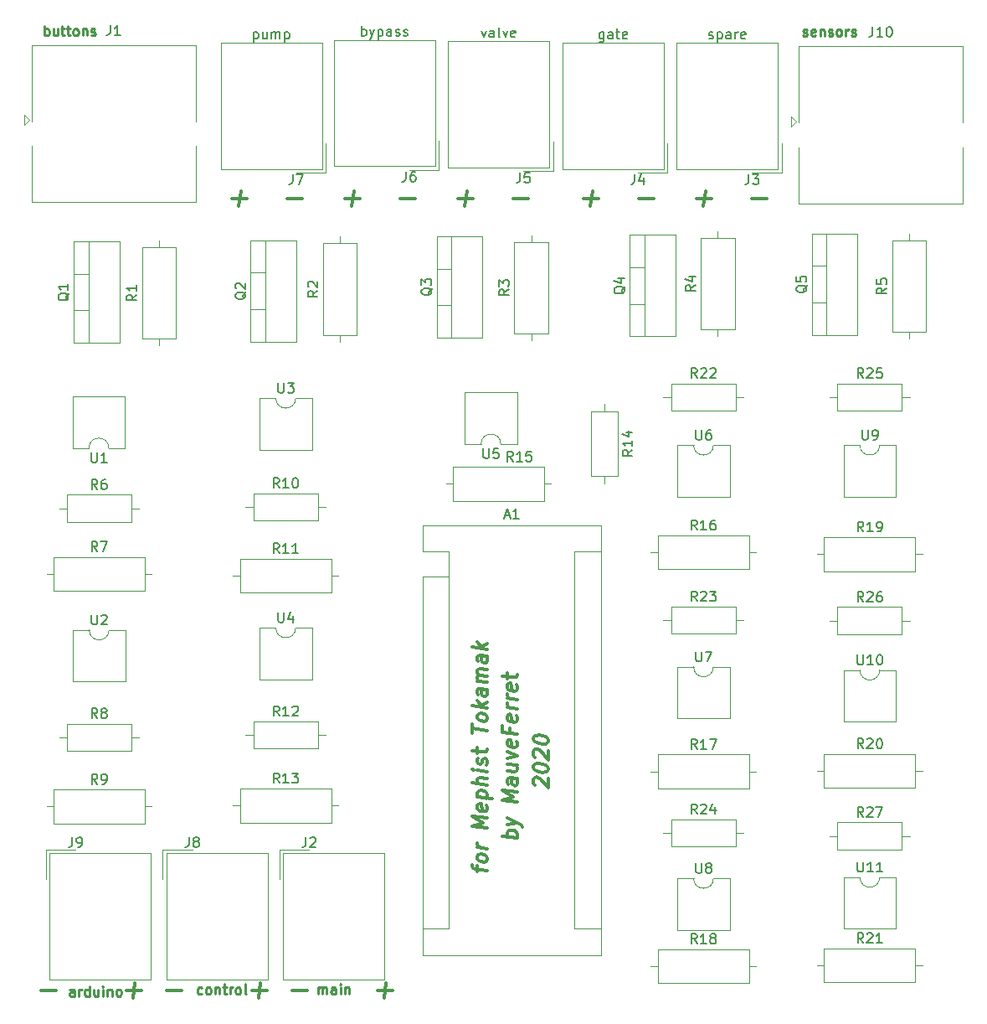
<source format=gbr>
G04 #@! TF.GenerationSoftware,KiCad,Pcbnew,(5.1.5)-3*
G04 #@! TF.CreationDate,2020-02-24T21:21:35+03:00*
G04 #@! TF.ProjectId,valveControllerPCB,76616c76-6543-46f6-9e74-726f6c6c6572,rev?*
G04 #@! TF.SameCoordinates,Original*
G04 #@! TF.FileFunction,Legend,Top*
G04 #@! TF.FilePolarity,Positive*
%FSLAX46Y46*%
G04 Gerber Fmt 4.6, Leading zero omitted, Abs format (unit mm)*
G04 Created by KiCad (PCBNEW (5.1.5)-3) date 2020-02-24 21:21:35*
%MOMM*%
%LPD*%
G04 APERTURE LIST*
%ADD10C,0.300000*%
%ADD11C,0.250000*%
%ADD12C,0.120000*%
%ADD13C,0.150000*%
G04 APERTURE END LIST*
D10*
X102797648Y-150002857D02*
X104321458Y-150002857D01*
X111369077Y-150002857D02*
X112892886Y-150002857D01*
X112035744Y-150764761D02*
X112226220Y-149240952D01*
X90097648Y-150002857D02*
X91621458Y-150002857D01*
X98669077Y-150002857D02*
X100192886Y-150002857D01*
X99335744Y-150764761D02*
X99526220Y-149240952D01*
X77397648Y-150002857D02*
X78921458Y-150002857D01*
X85969077Y-150002857D02*
X87492886Y-150002857D01*
X86635744Y-150764761D02*
X86826220Y-149240952D01*
X143691458Y-69992857D02*
X145215267Y-69992857D01*
X144358125Y-70754761D02*
X144548601Y-69230952D01*
X149215267Y-69992857D02*
X150739077Y-69992857D01*
X132261458Y-69992857D02*
X133785267Y-69992857D01*
X132928125Y-70754761D02*
X133118601Y-69230952D01*
X137785267Y-69992857D02*
X139309077Y-69992857D01*
X119561458Y-69992857D02*
X121085267Y-69992857D01*
X120228125Y-70754761D02*
X120418601Y-69230952D01*
X125085267Y-69992857D02*
X126609077Y-69992857D01*
X108131458Y-69992857D02*
X109655267Y-69992857D01*
X108798125Y-70754761D02*
X108988601Y-69230952D01*
X113655267Y-69992857D02*
X115179077Y-69992857D01*
X96701458Y-69992857D02*
X98225267Y-69992857D01*
X97368125Y-70754761D02*
X97558601Y-69230952D01*
X102225267Y-69992857D02*
X103749077Y-69992857D01*
D11*
X105403571Y-150327380D02*
X105403571Y-149660714D01*
X105403571Y-149755952D02*
X105451190Y-149708333D01*
X105546428Y-149660714D01*
X105689285Y-149660714D01*
X105784523Y-149708333D01*
X105832142Y-149803571D01*
X105832142Y-150327380D01*
X105832142Y-149803571D02*
X105879761Y-149708333D01*
X105975000Y-149660714D01*
X106117857Y-149660714D01*
X106213095Y-149708333D01*
X106260714Y-149803571D01*
X106260714Y-150327380D01*
X107165476Y-150327380D02*
X107165476Y-149803571D01*
X107117857Y-149708333D01*
X107022619Y-149660714D01*
X106832142Y-149660714D01*
X106736904Y-149708333D01*
X107165476Y-150279761D02*
X107070238Y-150327380D01*
X106832142Y-150327380D01*
X106736904Y-150279761D01*
X106689285Y-150184523D01*
X106689285Y-150089285D01*
X106736904Y-149994047D01*
X106832142Y-149946428D01*
X107070238Y-149946428D01*
X107165476Y-149898809D01*
X107641666Y-150327380D02*
X107641666Y-149660714D01*
X107641666Y-149327380D02*
X107594047Y-149375000D01*
X107641666Y-149422619D01*
X107689285Y-149375000D01*
X107641666Y-149327380D01*
X107641666Y-149422619D01*
X108117857Y-149660714D02*
X108117857Y-150327380D01*
X108117857Y-149755952D02*
X108165476Y-149708333D01*
X108260714Y-149660714D01*
X108403571Y-149660714D01*
X108498809Y-149708333D01*
X108546428Y-149803571D01*
X108546428Y-150327380D01*
X93648809Y-150304761D02*
X93553571Y-150352380D01*
X93363095Y-150352380D01*
X93267857Y-150304761D01*
X93220238Y-150257142D01*
X93172619Y-150161904D01*
X93172619Y-149876190D01*
X93220238Y-149780952D01*
X93267857Y-149733333D01*
X93363095Y-149685714D01*
X93553571Y-149685714D01*
X93648809Y-149733333D01*
X94220238Y-150352380D02*
X94125000Y-150304761D01*
X94077380Y-150257142D01*
X94029761Y-150161904D01*
X94029761Y-149876190D01*
X94077380Y-149780952D01*
X94125000Y-149733333D01*
X94220238Y-149685714D01*
X94363095Y-149685714D01*
X94458333Y-149733333D01*
X94505952Y-149780952D01*
X94553571Y-149876190D01*
X94553571Y-150161904D01*
X94505952Y-150257142D01*
X94458333Y-150304761D01*
X94363095Y-150352380D01*
X94220238Y-150352380D01*
X94982142Y-149685714D02*
X94982142Y-150352380D01*
X94982142Y-149780952D02*
X95029761Y-149733333D01*
X95125000Y-149685714D01*
X95267857Y-149685714D01*
X95363095Y-149733333D01*
X95410714Y-149828571D01*
X95410714Y-150352380D01*
X95744047Y-149685714D02*
X96125000Y-149685714D01*
X95886904Y-149352380D02*
X95886904Y-150209523D01*
X95934523Y-150304761D01*
X96029761Y-150352380D01*
X96125000Y-150352380D01*
X96458333Y-150352380D02*
X96458333Y-149685714D01*
X96458333Y-149876190D02*
X96505952Y-149780952D01*
X96553571Y-149733333D01*
X96648809Y-149685714D01*
X96744047Y-149685714D01*
X97220238Y-150352380D02*
X97125000Y-150304761D01*
X97077380Y-150257142D01*
X97029761Y-150161904D01*
X97029761Y-149876190D01*
X97077380Y-149780952D01*
X97125000Y-149733333D01*
X97220238Y-149685714D01*
X97363095Y-149685714D01*
X97458333Y-149733333D01*
X97505952Y-149780952D01*
X97553571Y-149876190D01*
X97553571Y-150161904D01*
X97505952Y-150257142D01*
X97458333Y-150304761D01*
X97363095Y-150352380D01*
X97220238Y-150352380D01*
X98125000Y-150352380D02*
X98029761Y-150304761D01*
X97982142Y-150209523D01*
X97982142Y-149352380D01*
X80707142Y-150552380D02*
X80707142Y-150028571D01*
X80659523Y-149933333D01*
X80564285Y-149885714D01*
X80373809Y-149885714D01*
X80278571Y-149933333D01*
X80707142Y-150504761D02*
X80611904Y-150552380D01*
X80373809Y-150552380D01*
X80278571Y-150504761D01*
X80230952Y-150409523D01*
X80230952Y-150314285D01*
X80278571Y-150219047D01*
X80373809Y-150171428D01*
X80611904Y-150171428D01*
X80707142Y-150123809D01*
X81183333Y-150552380D02*
X81183333Y-149885714D01*
X81183333Y-150076190D02*
X81230952Y-149980952D01*
X81278571Y-149933333D01*
X81373809Y-149885714D01*
X81469047Y-149885714D01*
X82230952Y-150552380D02*
X82230952Y-149552380D01*
X82230952Y-150504761D02*
X82135714Y-150552380D01*
X81945238Y-150552380D01*
X81850000Y-150504761D01*
X81802380Y-150457142D01*
X81754761Y-150361904D01*
X81754761Y-150076190D01*
X81802380Y-149980952D01*
X81850000Y-149933333D01*
X81945238Y-149885714D01*
X82135714Y-149885714D01*
X82230952Y-149933333D01*
X83135714Y-149885714D02*
X83135714Y-150552380D01*
X82707142Y-149885714D02*
X82707142Y-150409523D01*
X82754761Y-150504761D01*
X82850000Y-150552380D01*
X82992857Y-150552380D01*
X83088095Y-150504761D01*
X83135714Y-150457142D01*
X83611904Y-150552380D02*
X83611904Y-149885714D01*
X83611904Y-149552380D02*
X83564285Y-149600000D01*
X83611904Y-149647619D01*
X83659523Y-149600000D01*
X83611904Y-149552380D01*
X83611904Y-149647619D01*
X84088095Y-149885714D02*
X84088095Y-150552380D01*
X84088095Y-149980952D02*
X84135714Y-149933333D01*
X84230952Y-149885714D01*
X84373809Y-149885714D01*
X84469047Y-149933333D01*
X84516666Y-150028571D01*
X84516666Y-150552380D01*
X85135714Y-150552380D02*
X85040476Y-150504761D01*
X84992857Y-150457142D01*
X84945238Y-150361904D01*
X84945238Y-150076190D01*
X84992857Y-149980952D01*
X85040476Y-149933333D01*
X85135714Y-149885714D01*
X85278571Y-149885714D01*
X85373809Y-149933333D01*
X85421428Y-149980952D01*
X85469047Y-150076190D01*
X85469047Y-150361904D01*
X85421428Y-150457142D01*
X85373809Y-150504761D01*
X85278571Y-150552380D01*
X85135714Y-150552380D01*
X154433333Y-53504761D02*
X154528571Y-53552380D01*
X154719047Y-53552380D01*
X154814285Y-53504761D01*
X154861904Y-53409523D01*
X154861904Y-53361904D01*
X154814285Y-53266666D01*
X154719047Y-53219047D01*
X154576190Y-53219047D01*
X154480952Y-53171428D01*
X154433333Y-53076190D01*
X154433333Y-53028571D01*
X154480952Y-52933333D01*
X154576190Y-52885714D01*
X154719047Y-52885714D01*
X154814285Y-52933333D01*
X155671428Y-53504761D02*
X155576190Y-53552380D01*
X155385714Y-53552380D01*
X155290476Y-53504761D01*
X155242857Y-53409523D01*
X155242857Y-53028571D01*
X155290476Y-52933333D01*
X155385714Y-52885714D01*
X155576190Y-52885714D01*
X155671428Y-52933333D01*
X155719047Y-53028571D01*
X155719047Y-53123809D01*
X155242857Y-53219047D01*
X156147619Y-52885714D02*
X156147619Y-53552380D01*
X156147619Y-52980952D02*
X156195238Y-52933333D01*
X156290476Y-52885714D01*
X156433333Y-52885714D01*
X156528571Y-52933333D01*
X156576190Y-53028571D01*
X156576190Y-53552380D01*
X157004761Y-53504761D02*
X157100000Y-53552380D01*
X157290476Y-53552380D01*
X157385714Y-53504761D01*
X157433333Y-53409523D01*
X157433333Y-53361904D01*
X157385714Y-53266666D01*
X157290476Y-53219047D01*
X157147619Y-53219047D01*
X157052380Y-53171428D01*
X157004761Y-53076190D01*
X157004761Y-53028571D01*
X157052380Y-52933333D01*
X157147619Y-52885714D01*
X157290476Y-52885714D01*
X157385714Y-52933333D01*
X158004761Y-53552380D02*
X157909523Y-53504761D01*
X157861904Y-53457142D01*
X157814285Y-53361904D01*
X157814285Y-53076190D01*
X157861904Y-52980952D01*
X157909523Y-52933333D01*
X158004761Y-52885714D01*
X158147619Y-52885714D01*
X158242857Y-52933333D01*
X158290476Y-52980952D01*
X158338095Y-53076190D01*
X158338095Y-53361904D01*
X158290476Y-53457142D01*
X158242857Y-53504761D01*
X158147619Y-53552380D01*
X158004761Y-53552380D01*
X158766666Y-53552380D02*
X158766666Y-52885714D01*
X158766666Y-53076190D02*
X158814285Y-52980952D01*
X158861904Y-52933333D01*
X158957142Y-52885714D01*
X159052380Y-52885714D01*
X159338095Y-53504761D02*
X159433333Y-53552380D01*
X159623809Y-53552380D01*
X159719047Y-53504761D01*
X159766666Y-53409523D01*
X159766666Y-53361904D01*
X159719047Y-53266666D01*
X159623809Y-53219047D01*
X159480952Y-53219047D01*
X159385714Y-53171428D01*
X159338095Y-53076190D01*
X159338095Y-53028571D01*
X159385714Y-52933333D01*
X159480952Y-52885714D01*
X159623809Y-52885714D01*
X159719047Y-52933333D01*
X77702380Y-53502380D02*
X77702380Y-52502380D01*
X77702380Y-52883333D02*
X77797619Y-52835714D01*
X77988095Y-52835714D01*
X78083333Y-52883333D01*
X78130952Y-52930952D01*
X78178571Y-53026190D01*
X78178571Y-53311904D01*
X78130952Y-53407142D01*
X78083333Y-53454761D01*
X77988095Y-53502380D01*
X77797619Y-53502380D01*
X77702380Y-53454761D01*
X79035714Y-52835714D02*
X79035714Y-53502380D01*
X78607142Y-52835714D02*
X78607142Y-53359523D01*
X78654761Y-53454761D01*
X78750000Y-53502380D01*
X78892857Y-53502380D01*
X78988095Y-53454761D01*
X79035714Y-53407142D01*
X79369047Y-52835714D02*
X79750000Y-52835714D01*
X79511904Y-52502380D02*
X79511904Y-53359523D01*
X79559523Y-53454761D01*
X79654761Y-53502380D01*
X79750000Y-53502380D01*
X79940476Y-52835714D02*
X80321428Y-52835714D01*
X80083333Y-52502380D02*
X80083333Y-53359523D01*
X80130952Y-53454761D01*
X80226190Y-53502380D01*
X80321428Y-53502380D01*
X80797619Y-53502380D02*
X80702380Y-53454761D01*
X80654761Y-53407142D01*
X80607142Y-53311904D01*
X80607142Y-53026190D01*
X80654761Y-52930952D01*
X80702380Y-52883333D01*
X80797619Y-52835714D01*
X80940476Y-52835714D01*
X81035714Y-52883333D01*
X81083333Y-52930952D01*
X81130952Y-53026190D01*
X81130952Y-53311904D01*
X81083333Y-53407142D01*
X81035714Y-53454761D01*
X80940476Y-53502380D01*
X80797619Y-53502380D01*
X81559523Y-52835714D02*
X81559523Y-53502380D01*
X81559523Y-52930952D02*
X81607142Y-52883333D01*
X81702380Y-52835714D01*
X81845238Y-52835714D01*
X81940476Y-52883333D01*
X81988095Y-52978571D01*
X81988095Y-53502380D01*
X82416666Y-53454761D02*
X82511904Y-53502380D01*
X82702380Y-53502380D01*
X82797619Y-53454761D01*
X82845238Y-53359523D01*
X82845238Y-53311904D01*
X82797619Y-53216666D01*
X82702380Y-53169047D01*
X82559523Y-53169047D01*
X82464285Y-53121428D01*
X82416666Y-53026190D01*
X82416666Y-52978571D01*
X82464285Y-52883333D01*
X82559523Y-52835714D01*
X82702380Y-52835714D01*
X82797619Y-52883333D01*
D10*
X127321428Y-129282857D02*
X127250000Y-129202500D01*
X127178571Y-129050714D01*
X127178571Y-128693571D01*
X127250000Y-128559642D01*
X127321428Y-128497142D01*
X127464285Y-128443571D01*
X127607142Y-128461428D01*
X127821428Y-128559642D01*
X128678571Y-129523928D01*
X128678571Y-128595357D01*
X127178571Y-127479285D02*
X127178571Y-127336428D01*
X127250000Y-127202500D01*
X127321428Y-127140000D01*
X127464285Y-127086428D01*
X127750000Y-127050714D01*
X128107142Y-127095357D01*
X128392857Y-127202500D01*
X128535714Y-127291785D01*
X128607142Y-127372142D01*
X128678571Y-127523928D01*
X128678571Y-127666785D01*
X128607142Y-127800714D01*
X128535714Y-127863214D01*
X128392857Y-127916785D01*
X128107142Y-127952500D01*
X127750000Y-127907857D01*
X127464285Y-127800714D01*
X127321428Y-127711428D01*
X127250000Y-127631071D01*
X127178571Y-127479285D01*
X127321428Y-126425714D02*
X127250000Y-126345357D01*
X127178571Y-126193571D01*
X127178571Y-125836428D01*
X127250000Y-125702500D01*
X127321428Y-125640000D01*
X127464285Y-125586428D01*
X127607142Y-125604285D01*
X127821428Y-125702500D01*
X128678571Y-126666785D01*
X128678571Y-125738214D01*
X127178571Y-124622142D02*
X127178571Y-124479285D01*
X127250000Y-124345357D01*
X127321428Y-124282857D01*
X127464285Y-124229285D01*
X127750000Y-124193571D01*
X128107142Y-124238214D01*
X128392857Y-124345357D01*
X128535714Y-124434642D01*
X128607142Y-124515000D01*
X128678571Y-124666785D01*
X128678571Y-124809642D01*
X128607142Y-124943571D01*
X128535714Y-125006071D01*
X128392857Y-125059642D01*
X128107142Y-125095357D01*
X127750000Y-125050714D01*
X127464285Y-124943571D01*
X127321428Y-124854285D01*
X127250000Y-124773928D01*
X127178571Y-124622142D01*
X121503571Y-137948928D02*
X121503571Y-137377500D01*
X122503571Y-137859642D02*
X121217857Y-137698928D01*
X121075000Y-137609642D01*
X121003571Y-137457857D01*
X121003571Y-137315000D01*
X122503571Y-136788214D02*
X122432142Y-136922142D01*
X122360714Y-136984642D01*
X122217857Y-137038214D01*
X121789285Y-136984642D01*
X121646428Y-136895357D01*
X121575000Y-136815000D01*
X121503571Y-136663214D01*
X121503571Y-136448928D01*
X121575000Y-136315000D01*
X121646428Y-136252500D01*
X121789285Y-136198928D01*
X122217857Y-136252500D01*
X122360714Y-136341785D01*
X122432142Y-136422142D01*
X122503571Y-136573928D01*
X122503571Y-136788214D01*
X122503571Y-135645357D02*
X121503571Y-135520357D01*
X121789285Y-135556071D02*
X121646428Y-135466785D01*
X121575000Y-135386428D01*
X121503571Y-135234642D01*
X121503571Y-135091785D01*
X122503571Y-133573928D02*
X121003571Y-133386428D01*
X122075000Y-133020357D01*
X121003571Y-132386428D01*
X122503571Y-132573928D01*
X122432142Y-131279285D02*
X122503571Y-131431071D01*
X122503571Y-131716785D01*
X122432142Y-131850714D01*
X122289285Y-131904285D01*
X121717857Y-131832857D01*
X121575000Y-131743571D01*
X121503571Y-131591785D01*
X121503571Y-131306071D01*
X121575000Y-131172142D01*
X121717857Y-131118571D01*
X121860714Y-131136428D01*
X122003571Y-131868571D01*
X121503571Y-130448928D02*
X123003571Y-130636428D01*
X121575000Y-130457857D02*
X121503571Y-130306071D01*
X121503571Y-130020357D01*
X121575000Y-129886428D01*
X121646428Y-129823928D01*
X121789285Y-129770357D01*
X122217857Y-129823928D01*
X122360714Y-129913214D01*
X122432142Y-129993571D01*
X122503571Y-130145357D01*
X122503571Y-130431071D01*
X122432142Y-130565000D01*
X122503571Y-129216785D02*
X121003571Y-129029285D01*
X122503571Y-128573928D02*
X121717857Y-128475714D01*
X121575000Y-128529285D01*
X121503571Y-128663214D01*
X121503571Y-128877500D01*
X121575000Y-129029285D01*
X121646428Y-129109642D01*
X122503571Y-127859642D02*
X121503571Y-127734642D01*
X121003571Y-127672142D02*
X121075000Y-127752500D01*
X121146428Y-127690000D01*
X121075000Y-127609642D01*
X121003571Y-127672142D01*
X121146428Y-127690000D01*
X122432142Y-127207857D02*
X122503571Y-127073928D01*
X122503571Y-126788214D01*
X122432142Y-126636428D01*
X122289285Y-126547142D01*
X122217857Y-126538214D01*
X122075000Y-126591785D01*
X122003571Y-126725714D01*
X122003571Y-126940000D01*
X121932142Y-127073928D01*
X121789285Y-127127500D01*
X121717857Y-127118571D01*
X121575000Y-127029285D01*
X121503571Y-126877500D01*
X121503571Y-126663214D01*
X121575000Y-126529285D01*
X121503571Y-126020357D02*
X121503571Y-125448928D01*
X121003571Y-125743571D02*
X122289285Y-125904285D01*
X122432142Y-125850714D01*
X122503571Y-125716785D01*
X122503571Y-125573928D01*
X121003571Y-123957857D02*
X121003571Y-123100714D01*
X122503571Y-123716785D02*
X121003571Y-123529285D01*
X122503571Y-122573928D02*
X122432142Y-122707857D01*
X122360714Y-122770357D01*
X122217857Y-122823928D01*
X121789285Y-122770357D01*
X121646428Y-122681071D01*
X121575000Y-122600714D01*
X121503571Y-122448928D01*
X121503571Y-122234642D01*
X121575000Y-122100714D01*
X121646428Y-122038214D01*
X121789285Y-121984642D01*
X122217857Y-122038214D01*
X122360714Y-122127500D01*
X122432142Y-122207857D01*
X122503571Y-122359642D01*
X122503571Y-122573928D01*
X122503571Y-121431071D02*
X121003571Y-121243571D01*
X121932142Y-121216785D02*
X122503571Y-120859642D01*
X121503571Y-120734642D02*
X122075000Y-121377500D01*
X122503571Y-119573928D02*
X121717857Y-119475714D01*
X121575000Y-119529285D01*
X121503571Y-119663214D01*
X121503571Y-119948928D01*
X121575000Y-120100714D01*
X122432142Y-119565000D02*
X122503571Y-119716785D01*
X122503571Y-120073928D01*
X122432142Y-120207857D01*
X122289285Y-120261428D01*
X122146428Y-120243571D01*
X122003571Y-120154285D01*
X121932142Y-120002500D01*
X121932142Y-119645357D01*
X121860714Y-119493571D01*
X122503571Y-118859642D02*
X121503571Y-118734642D01*
X121646428Y-118752500D02*
X121575000Y-118672142D01*
X121503571Y-118520357D01*
X121503571Y-118306071D01*
X121575000Y-118172142D01*
X121717857Y-118118571D01*
X122503571Y-118216785D01*
X121717857Y-118118571D02*
X121575000Y-118029285D01*
X121503571Y-117877500D01*
X121503571Y-117663214D01*
X121575000Y-117529285D01*
X121717857Y-117475714D01*
X122503571Y-117573928D01*
X122503571Y-116216785D02*
X121717857Y-116118571D01*
X121575000Y-116172142D01*
X121503571Y-116306071D01*
X121503571Y-116591785D01*
X121575000Y-116743571D01*
X122432142Y-116207857D02*
X122503571Y-116359642D01*
X122503571Y-116716785D01*
X122432142Y-116850714D01*
X122289285Y-116904285D01*
X122146428Y-116886428D01*
X122003571Y-116797142D01*
X121932142Y-116645357D01*
X121932142Y-116288214D01*
X121860714Y-116136428D01*
X122503571Y-115502500D02*
X121003571Y-115315000D01*
X121932142Y-115288214D02*
X122503571Y-114931071D01*
X121503571Y-114806071D02*
X122075000Y-115448928D01*
X125528571Y-134609642D02*
X124028571Y-134422142D01*
X124600000Y-134493571D02*
X124528571Y-134341785D01*
X124528571Y-134056071D01*
X124600000Y-133922142D01*
X124671428Y-133859642D01*
X124814285Y-133806071D01*
X125242857Y-133859642D01*
X125385714Y-133948928D01*
X125457142Y-134029285D01*
X125528571Y-134181071D01*
X125528571Y-134466785D01*
X125457142Y-134600714D01*
X124528571Y-133270357D02*
X125528571Y-133038214D01*
X124528571Y-132556071D02*
X125528571Y-133038214D01*
X125885714Y-133225714D01*
X125957142Y-133306071D01*
X126028571Y-133457857D01*
X125528571Y-130966785D02*
X124028571Y-130779285D01*
X125100000Y-130413214D01*
X124028571Y-129779285D01*
X125528571Y-129966785D01*
X125528571Y-128609642D02*
X124742857Y-128511428D01*
X124600000Y-128565000D01*
X124528571Y-128698928D01*
X124528571Y-128984642D01*
X124600000Y-129136428D01*
X125457142Y-128600714D02*
X125528571Y-128752500D01*
X125528571Y-129109642D01*
X125457142Y-129243571D01*
X125314285Y-129297142D01*
X125171428Y-129279285D01*
X125028571Y-129190000D01*
X124957142Y-129038214D01*
X124957142Y-128681071D01*
X124885714Y-128529285D01*
X124528571Y-127127500D02*
X125528571Y-127252500D01*
X124528571Y-127770357D02*
X125314285Y-127868571D01*
X125457142Y-127815000D01*
X125528571Y-127681071D01*
X125528571Y-127466785D01*
X125457142Y-127315000D01*
X125385714Y-127234642D01*
X124528571Y-126556071D02*
X125528571Y-126323928D01*
X124528571Y-125841785D01*
X125457142Y-124815000D02*
X125528571Y-124966785D01*
X125528571Y-125252500D01*
X125457142Y-125386428D01*
X125314285Y-125440000D01*
X124742857Y-125368571D01*
X124600000Y-125279285D01*
X124528571Y-125127500D01*
X124528571Y-124841785D01*
X124600000Y-124707857D01*
X124742857Y-124654285D01*
X124885714Y-124672142D01*
X125028571Y-125404285D01*
X124742857Y-123511428D02*
X124742857Y-124011428D01*
X125528571Y-124109642D02*
X124028571Y-123922142D01*
X124028571Y-123207857D01*
X125457142Y-122243571D02*
X125528571Y-122395357D01*
X125528571Y-122681071D01*
X125457142Y-122815000D01*
X125314285Y-122868571D01*
X124742857Y-122797142D01*
X124600000Y-122707857D01*
X124528571Y-122556071D01*
X124528571Y-122270357D01*
X124600000Y-122136428D01*
X124742857Y-122082857D01*
X124885714Y-122100714D01*
X125028571Y-122832857D01*
X125528571Y-121538214D02*
X124528571Y-121413214D01*
X124814285Y-121448928D02*
X124671428Y-121359642D01*
X124600000Y-121279285D01*
X124528571Y-121127500D01*
X124528571Y-120984642D01*
X125528571Y-120609642D02*
X124528571Y-120484642D01*
X124814285Y-120520357D02*
X124671428Y-120431071D01*
X124600000Y-120350714D01*
X124528571Y-120198928D01*
X124528571Y-120056071D01*
X125457142Y-119100714D02*
X125528571Y-119252500D01*
X125528571Y-119538214D01*
X125457142Y-119672142D01*
X125314285Y-119725714D01*
X124742857Y-119654285D01*
X124600000Y-119565000D01*
X124528571Y-119413214D01*
X124528571Y-119127500D01*
X124600000Y-118993571D01*
X124742857Y-118940000D01*
X124885714Y-118957857D01*
X125028571Y-119690000D01*
X124528571Y-118484642D02*
X124528571Y-117913214D01*
X124028571Y-118207857D02*
X125314285Y-118368571D01*
X125457142Y-118315000D01*
X125528571Y-118181071D01*
X125528571Y-118038214D01*
D12*
X153225000Y-61675000D02*
X153725000Y-62175000D01*
X153225000Y-62675000D02*
X153225000Y-61675000D01*
X153725000Y-62175000D02*
X153225000Y-62675000D01*
X170605000Y-70490000D02*
X170605000Y-64815000D01*
X153965000Y-70490000D02*
X153965000Y-64815000D01*
X153965000Y-70490000D02*
X170605000Y-70490000D01*
X170605000Y-54610000D02*
X170605000Y-62315000D01*
X153965000Y-54610000D02*
X153965000Y-62315000D01*
X153965000Y-54610000D02*
X170605000Y-54610000D01*
X120215000Y-94780000D02*
X121865000Y-94780000D01*
X120215000Y-89580000D02*
X120215000Y-94780000D01*
X125515000Y-89580000D02*
X120215000Y-89580000D01*
X125515000Y-94780000D02*
X125515000Y-89580000D01*
X123865000Y-94780000D02*
X125515000Y-94780000D01*
X121865000Y-94780000D02*
G75*
G02X123865000Y-94780000I1000000J0D01*
G01*
X128935000Y-98800000D02*
X128245000Y-98800000D01*
X118315000Y-98800000D02*
X119005000Y-98800000D01*
X128245000Y-97080000D02*
X119005000Y-97080000D01*
X128245000Y-100520000D02*
X128245000Y-97080000D01*
X119005000Y-100520000D02*
X128245000Y-100520000D01*
X119005000Y-97080000D02*
X119005000Y-100520000D01*
X134350000Y-98770000D02*
X134350000Y-98000000D01*
X134350000Y-90690000D02*
X134350000Y-91460000D01*
X135720000Y-98000000D02*
X135720000Y-91460000D01*
X132980000Y-98000000D02*
X135720000Y-98000000D01*
X132980000Y-91460000D02*
X132980000Y-98000000D01*
X135720000Y-91460000D02*
X132980000Y-91460000D01*
X165150000Y-73540000D02*
X165150000Y-74230000D01*
X165150000Y-84160000D02*
X165150000Y-83470000D01*
X163430000Y-74230000D02*
X163430000Y-83470000D01*
X166870000Y-74230000D02*
X163430000Y-74230000D01*
X166870000Y-83470000D02*
X166870000Y-74230000D01*
X163430000Y-83470000D02*
X166870000Y-83470000D01*
X155305000Y-76784000D02*
X156815000Y-76784000D01*
X155305000Y-80485000D02*
X156815000Y-80485000D01*
X156815000Y-83755000D02*
X156815000Y-73515000D01*
X155305000Y-73515000D02*
X159946000Y-73515000D01*
X155305000Y-83755000D02*
X159946000Y-83755000D01*
X159946000Y-83755000D02*
X159946000Y-73515000D01*
X155305000Y-83755000D02*
X155305000Y-73515000D01*
X105770000Y-66995000D02*
X105770000Y-54255000D01*
X105770000Y-54255000D02*
X95530000Y-54255000D01*
X95530000Y-66995000D02*
X95530000Y-54255000D01*
X105770000Y-66995000D02*
X95530000Y-66995000D01*
X105770000Y-66995000D02*
X105770000Y-54255000D01*
X105770000Y-54255000D02*
X95530000Y-54255000D01*
X95530000Y-66995000D02*
X95530000Y-54255000D01*
X105770000Y-66995000D02*
X95530000Y-66995000D01*
X106150000Y-67375000D02*
X103150000Y-67375000D01*
X106150000Y-64375000D02*
X106150000Y-67375000D01*
X78234000Y-136139000D02*
X78234000Y-148879000D01*
X78234000Y-148879000D02*
X88474000Y-148879000D01*
X88474000Y-136139000D02*
X88474000Y-148879000D01*
X78234000Y-136139000D02*
X88474000Y-136139000D01*
X78234000Y-136139000D02*
X78234000Y-148879000D01*
X78234000Y-148879000D02*
X88474000Y-148879000D01*
X88474000Y-136139000D02*
X88474000Y-148879000D01*
X78234000Y-136139000D02*
X88474000Y-136139000D01*
X77854000Y-135759000D02*
X80854000Y-135759000D01*
X77854000Y-138759000D02*
X77854000Y-135759000D01*
X90045000Y-136139000D02*
X90045000Y-148879000D01*
X90045000Y-148879000D02*
X100285000Y-148879000D01*
X100285000Y-136139000D02*
X100285000Y-148879000D01*
X90045000Y-136139000D02*
X100285000Y-136139000D01*
X90045000Y-136139000D02*
X90045000Y-148879000D01*
X90045000Y-148879000D02*
X100285000Y-148879000D01*
X100285000Y-136139000D02*
X100285000Y-148879000D01*
X90045000Y-136139000D02*
X100285000Y-136139000D01*
X89665000Y-135759000D02*
X92665000Y-135759000D01*
X89665000Y-138759000D02*
X89665000Y-135759000D01*
X117220000Y-66720000D02*
X117220000Y-53980000D01*
X117220000Y-53980000D02*
X106980000Y-53980000D01*
X106980000Y-66720000D02*
X106980000Y-53980000D01*
X117220000Y-66720000D02*
X106980000Y-66720000D01*
X117220000Y-66720000D02*
X117220000Y-53980000D01*
X117220000Y-53980000D02*
X106980000Y-53980000D01*
X106980000Y-66720000D02*
X106980000Y-53980000D01*
X117220000Y-66720000D02*
X106980000Y-66720000D01*
X117600000Y-67100000D02*
X114600000Y-67100000D01*
X117600000Y-64100000D02*
X117600000Y-67100000D01*
X128770000Y-66845000D02*
X128770000Y-54105000D01*
X128770000Y-54105000D02*
X118530000Y-54105000D01*
X118530000Y-66845000D02*
X118530000Y-54105000D01*
X128770000Y-66845000D02*
X118530000Y-66845000D01*
X128770000Y-66845000D02*
X128770000Y-54105000D01*
X128770000Y-54105000D02*
X118530000Y-54105000D01*
X118530000Y-66845000D02*
X118530000Y-54105000D01*
X128770000Y-66845000D02*
X118530000Y-66845000D01*
X129150000Y-67225000D02*
X126150000Y-67225000D01*
X129150000Y-64225000D02*
X129150000Y-67225000D01*
X140345000Y-66995000D02*
X140345000Y-54255000D01*
X140345000Y-54255000D02*
X130105000Y-54255000D01*
X130105000Y-66995000D02*
X130105000Y-54255000D01*
X140345000Y-66995000D02*
X130105000Y-66995000D01*
X140345000Y-66995000D02*
X140345000Y-54255000D01*
X140345000Y-54255000D02*
X130105000Y-54255000D01*
X130105000Y-66995000D02*
X130105000Y-54255000D01*
X140345000Y-66995000D02*
X130105000Y-66995000D01*
X140725000Y-67375000D02*
X137725000Y-67375000D01*
X140725000Y-64375000D02*
X140725000Y-67375000D01*
X151895000Y-66995000D02*
X151895000Y-54255000D01*
X151895000Y-54255000D02*
X141655000Y-54255000D01*
X141655000Y-66995000D02*
X141655000Y-54255000D01*
X151895000Y-66995000D02*
X141655000Y-66995000D01*
X151895000Y-66995000D02*
X151895000Y-54255000D01*
X151895000Y-54255000D02*
X141655000Y-54255000D01*
X141655000Y-66995000D02*
X141655000Y-54255000D01*
X151895000Y-66995000D02*
X141655000Y-66995000D01*
X152275000Y-67375000D02*
X149275000Y-67375000D01*
X152275000Y-64375000D02*
X152275000Y-67375000D01*
X101856000Y-136139000D02*
X101856000Y-148879000D01*
X101856000Y-148879000D02*
X112096000Y-148879000D01*
X112096000Y-136139000D02*
X112096000Y-148879000D01*
X101856000Y-136139000D02*
X112096000Y-136139000D01*
X101856000Y-136139000D02*
X101856000Y-148879000D01*
X101856000Y-148879000D02*
X112096000Y-148879000D01*
X112096000Y-136139000D02*
X112096000Y-148879000D01*
X101856000Y-136139000D02*
X112096000Y-136139000D01*
X101476000Y-135759000D02*
X104476000Y-135759000D01*
X101476000Y-138759000D02*
X101476000Y-135759000D01*
X163830000Y-138555000D02*
X162180000Y-138555000D01*
X163830000Y-143755000D02*
X163830000Y-138555000D01*
X158530000Y-143755000D02*
X163830000Y-143755000D01*
X158530000Y-138555000D02*
X158530000Y-143755000D01*
X160180000Y-138555000D02*
X158530000Y-138555000D01*
X162180000Y-138555000D02*
G75*
G02X160180000Y-138555000I-1000000J0D01*
G01*
X163830000Y-117620000D02*
X162180000Y-117620000D01*
X163830000Y-122820000D02*
X163830000Y-117620000D01*
X158530000Y-122820000D02*
X163830000Y-122820000D01*
X158530000Y-117620000D02*
X158530000Y-122820000D01*
X160180000Y-117620000D02*
X158530000Y-117620000D01*
X162180000Y-117620000D02*
G75*
G02X160180000Y-117620000I-1000000J0D01*
G01*
X163830000Y-94895000D02*
X162180000Y-94895000D01*
X163830000Y-100095000D02*
X163830000Y-94895000D01*
X158530000Y-100095000D02*
X163830000Y-100095000D01*
X158530000Y-94895000D02*
X158530000Y-100095000D01*
X160180000Y-94895000D02*
X158530000Y-94895000D01*
X162180000Y-94895000D02*
G75*
G02X160180000Y-94895000I-1000000J0D01*
G01*
X147010000Y-138670000D02*
X145360000Y-138670000D01*
X147010000Y-143870000D02*
X147010000Y-138670000D01*
X141710000Y-143870000D02*
X147010000Y-143870000D01*
X141710000Y-138670000D02*
X141710000Y-143870000D01*
X143360000Y-138670000D02*
X141710000Y-138670000D01*
X145360000Y-138670000D02*
G75*
G02X143360000Y-138670000I-1000000J0D01*
G01*
X147010000Y-117295000D02*
X145360000Y-117295000D01*
X147010000Y-122495000D02*
X147010000Y-117295000D01*
X141710000Y-122495000D02*
X147010000Y-122495000D01*
X141710000Y-117295000D02*
X141710000Y-122495000D01*
X143360000Y-117295000D02*
X141710000Y-117295000D01*
X145360000Y-117295000D02*
G75*
G02X143360000Y-117295000I-1000000J0D01*
G01*
X147010000Y-94895000D02*
X145360000Y-94895000D01*
X147010000Y-100095000D02*
X147010000Y-94895000D01*
X141710000Y-100095000D02*
X147010000Y-100095000D01*
X141710000Y-94895000D02*
X141710000Y-100095000D01*
X143360000Y-94895000D02*
X141710000Y-94895000D01*
X145360000Y-94895000D02*
G75*
G02X143360000Y-94895000I-1000000J0D01*
G01*
X104760000Y-113345000D02*
X103110000Y-113345000D01*
X104760000Y-118545000D02*
X104760000Y-113345000D01*
X99460000Y-118545000D02*
X104760000Y-118545000D01*
X99460000Y-113345000D02*
X99460000Y-118545000D01*
X101110000Y-113345000D02*
X99460000Y-113345000D01*
X103110000Y-113345000D02*
G75*
G02X101110000Y-113345000I-1000000J0D01*
G01*
X104760000Y-90155000D02*
X103110000Y-90155000D01*
X104760000Y-95355000D02*
X104760000Y-90155000D01*
X99460000Y-95355000D02*
X104760000Y-95355000D01*
X99460000Y-90155000D02*
X99460000Y-95355000D01*
X101110000Y-90155000D02*
X99460000Y-90155000D01*
X103110000Y-90155000D02*
G75*
G02X101110000Y-90155000I-1000000J0D01*
G01*
X85885000Y-113570000D02*
X84235000Y-113570000D01*
X85885000Y-118770000D02*
X85885000Y-113570000D01*
X80585000Y-118770000D02*
X85885000Y-118770000D01*
X80585000Y-113570000D02*
X80585000Y-118770000D01*
X82235000Y-113570000D02*
X80585000Y-113570000D01*
X84235000Y-113570000D02*
G75*
G02X82235000Y-113570000I-1000000J0D01*
G01*
X80565000Y-95179000D02*
X82215000Y-95179000D01*
X80565000Y-89979000D02*
X80565000Y-95179000D01*
X85865000Y-89979000D02*
X80565000Y-89979000D01*
X85865000Y-95179000D02*
X85865000Y-89979000D01*
X84215000Y-95179000D02*
X85865000Y-95179000D01*
X82215000Y-95179000D02*
G75*
G02X84215000Y-95179000I1000000J0D01*
G01*
X165210000Y-134375000D02*
X164440000Y-134375000D01*
X157130000Y-134375000D02*
X157900000Y-134375000D01*
X164440000Y-133005000D02*
X157900000Y-133005000D01*
X164440000Y-135745000D02*
X164440000Y-133005000D01*
X157900000Y-135745000D02*
X164440000Y-135745000D01*
X157900000Y-133005000D02*
X157900000Y-135745000D01*
X165210000Y-112625000D02*
X164440000Y-112625000D01*
X157130000Y-112625000D02*
X157900000Y-112625000D01*
X164440000Y-111255000D02*
X157900000Y-111255000D01*
X164440000Y-113995000D02*
X164440000Y-111255000D01*
X157900000Y-113995000D02*
X164440000Y-113995000D01*
X157900000Y-111255000D02*
X157900000Y-113995000D01*
X165210000Y-90025000D02*
X164440000Y-90025000D01*
X157130000Y-90025000D02*
X157900000Y-90025000D01*
X164440000Y-88655000D02*
X157900000Y-88655000D01*
X164440000Y-91395000D02*
X164440000Y-88655000D01*
X157900000Y-91395000D02*
X164440000Y-91395000D01*
X157900000Y-88655000D02*
X157900000Y-91395000D01*
X148390000Y-134075000D02*
X147620000Y-134075000D01*
X140310000Y-134075000D02*
X141080000Y-134075000D01*
X147620000Y-132705000D02*
X141080000Y-132705000D01*
X147620000Y-135445000D02*
X147620000Y-132705000D01*
X141080000Y-135445000D02*
X147620000Y-135445000D01*
X141080000Y-132705000D02*
X141080000Y-135445000D01*
X148390000Y-112575000D02*
X147620000Y-112575000D01*
X140310000Y-112575000D02*
X141080000Y-112575000D01*
X147620000Y-111205000D02*
X141080000Y-111205000D01*
X147620000Y-113945000D02*
X147620000Y-111205000D01*
X141080000Y-113945000D02*
X147620000Y-113945000D01*
X141080000Y-111205000D02*
X141080000Y-113945000D01*
X148390000Y-90025000D02*
X147620000Y-90025000D01*
X140310000Y-90025000D02*
X141080000Y-90025000D01*
X147620000Y-88655000D02*
X141080000Y-88655000D01*
X147620000Y-91395000D02*
X147620000Y-88655000D01*
X141080000Y-91395000D02*
X147620000Y-91395000D01*
X141080000Y-88655000D02*
X141080000Y-91395000D01*
X166480000Y-147450000D02*
X165790000Y-147450000D01*
X155860000Y-147450000D02*
X156550000Y-147450000D01*
X165790000Y-145730000D02*
X156550000Y-145730000D01*
X165790000Y-149170000D02*
X165790000Y-145730000D01*
X156550000Y-149170000D02*
X165790000Y-149170000D01*
X156550000Y-145730000D02*
X156550000Y-149170000D01*
X166480000Y-127800000D02*
X165790000Y-127800000D01*
X155860000Y-127800000D02*
X156550000Y-127800000D01*
X165790000Y-126080000D02*
X156550000Y-126080000D01*
X165790000Y-129520000D02*
X165790000Y-126080000D01*
X156550000Y-129520000D02*
X165790000Y-129520000D01*
X156550000Y-126080000D02*
X156550000Y-129520000D01*
X166480000Y-105900000D02*
X165790000Y-105900000D01*
X155860000Y-105900000D02*
X156550000Y-105900000D01*
X165790000Y-104180000D02*
X156550000Y-104180000D01*
X165790000Y-107620000D02*
X165790000Y-104180000D01*
X156550000Y-107620000D02*
X165790000Y-107620000D01*
X156550000Y-104180000D02*
X156550000Y-107620000D01*
X149660000Y-147525000D02*
X148970000Y-147525000D01*
X139040000Y-147525000D02*
X139730000Y-147525000D01*
X148970000Y-145805000D02*
X139730000Y-145805000D01*
X148970000Y-149245000D02*
X148970000Y-145805000D01*
X139730000Y-149245000D02*
X148970000Y-149245000D01*
X139730000Y-145805000D02*
X139730000Y-149245000D01*
X149660000Y-127875000D02*
X148970000Y-127875000D01*
X139040000Y-127875000D02*
X139730000Y-127875000D01*
X148970000Y-126155000D02*
X139730000Y-126155000D01*
X148970000Y-129595000D02*
X148970000Y-126155000D01*
X139730000Y-129595000D02*
X148970000Y-129595000D01*
X139730000Y-126155000D02*
X139730000Y-129595000D01*
X149660000Y-105725000D02*
X148970000Y-105725000D01*
X139040000Y-105725000D02*
X139730000Y-105725000D01*
X148970000Y-104005000D02*
X139730000Y-104005000D01*
X148970000Y-107445000D02*
X148970000Y-104005000D01*
X139730000Y-107445000D02*
X148970000Y-107445000D01*
X139730000Y-104005000D02*
X139730000Y-107445000D01*
X107410000Y-131300000D02*
X106720000Y-131300000D01*
X96790000Y-131300000D02*
X97480000Y-131300000D01*
X106720000Y-129580000D02*
X97480000Y-129580000D01*
X106720000Y-133020000D02*
X106720000Y-129580000D01*
X97480000Y-133020000D02*
X106720000Y-133020000D01*
X97480000Y-129580000D02*
X97480000Y-133020000D01*
X106140000Y-124175000D02*
X105370000Y-124175000D01*
X98060000Y-124175000D02*
X98830000Y-124175000D01*
X105370000Y-122805000D02*
X98830000Y-122805000D01*
X105370000Y-125545000D02*
X105370000Y-122805000D01*
X98830000Y-125545000D02*
X105370000Y-125545000D01*
X98830000Y-122805000D02*
X98830000Y-125545000D01*
X107410000Y-108075000D02*
X106720000Y-108075000D01*
X96790000Y-108075000D02*
X97480000Y-108075000D01*
X106720000Y-106355000D02*
X97480000Y-106355000D01*
X106720000Y-109795000D02*
X106720000Y-106355000D01*
X97480000Y-109795000D02*
X106720000Y-109795000D01*
X97480000Y-106355000D02*
X97480000Y-109795000D01*
X106140000Y-101125000D02*
X105370000Y-101125000D01*
X98060000Y-101125000D02*
X98830000Y-101125000D01*
X105370000Y-99755000D02*
X98830000Y-99755000D01*
X105370000Y-102495000D02*
X105370000Y-99755000D01*
X98830000Y-102495000D02*
X105370000Y-102495000D01*
X98830000Y-99755000D02*
X98830000Y-102495000D01*
X88535000Y-131400000D02*
X87845000Y-131400000D01*
X77915000Y-131400000D02*
X78605000Y-131400000D01*
X87845000Y-129680000D02*
X78605000Y-129680000D01*
X87845000Y-133120000D02*
X87845000Y-129680000D01*
X78605000Y-133120000D02*
X87845000Y-133120000D01*
X78605000Y-129680000D02*
X78605000Y-133120000D01*
X87265000Y-124400000D02*
X86495000Y-124400000D01*
X79185000Y-124400000D02*
X79955000Y-124400000D01*
X86495000Y-123030000D02*
X79955000Y-123030000D01*
X86495000Y-125770000D02*
X86495000Y-123030000D01*
X79955000Y-125770000D02*
X86495000Y-125770000D01*
X79955000Y-123030000D02*
X79955000Y-125770000D01*
X88535000Y-107900000D02*
X87845000Y-107900000D01*
X77915000Y-107900000D02*
X78605000Y-107900000D01*
X87845000Y-106180000D02*
X78605000Y-106180000D01*
X87845000Y-109620000D02*
X87845000Y-106180000D01*
X78605000Y-109620000D02*
X87845000Y-109620000D01*
X78605000Y-106180000D02*
X78605000Y-109620000D01*
X87265000Y-101278000D02*
X86495000Y-101278000D01*
X79185000Y-101278000D02*
X79955000Y-101278000D01*
X86495000Y-99908000D02*
X79955000Y-99908000D01*
X86495000Y-102648000D02*
X86495000Y-99908000D01*
X79955000Y-102648000D02*
X86495000Y-102648000D01*
X79955000Y-99908000D02*
X79955000Y-102648000D01*
X145800000Y-73265000D02*
X145800000Y-73955000D01*
X145800000Y-83885000D02*
X145800000Y-83195000D01*
X144080000Y-73955000D02*
X144080000Y-83195000D01*
X147520000Y-73955000D02*
X144080000Y-73955000D01*
X147520000Y-83195000D02*
X147520000Y-73955000D01*
X144080000Y-83195000D02*
X147520000Y-83195000D01*
X126950000Y-73690000D02*
X126950000Y-74380000D01*
X126950000Y-84310000D02*
X126950000Y-83620000D01*
X125230000Y-74380000D02*
X125230000Y-83620000D01*
X128670000Y-74380000D02*
X125230000Y-74380000D01*
X128670000Y-83620000D02*
X128670000Y-74380000D01*
X125230000Y-83620000D02*
X128670000Y-83620000D01*
X107600000Y-73815000D02*
X107600000Y-74505000D01*
X107600000Y-84435000D02*
X107600000Y-83745000D01*
X105880000Y-74505000D02*
X105880000Y-83745000D01*
X109320000Y-74505000D02*
X105880000Y-74505000D01*
X109320000Y-83745000D02*
X109320000Y-74505000D01*
X105880000Y-83745000D02*
X109320000Y-83745000D01*
X89300000Y-74215000D02*
X89300000Y-74905000D01*
X89300000Y-84835000D02*
X89300000Y-84145000D01*
X87580000Y-74905000D02*
X87580000Y-84145000D01*
X91020000Y-74905000D02*
X87580000Y-74905000D01*
X91020000Y-84145000D02*
X91020000Y-74905000D01*
X87580000Y-84145000D02*
X91020000Y-84145000D01*
X136880000Y-76909000D02*
X138390000Y-76909000D01*
X136880000Y-80610000D02*
X138390000Y-80610000D01*
X138390000Y-83880000D02*
X138390000Y-73640000D01*
X136880000Y-73640000D02*
X141521000Y-73640000D01*
X136880000Y-83880000D02*
X141521000Y-83880000D01*
X141521000Y-83880000D02*
X141521000Y-73640000D01*
X136880000Y-83880000D02*
X136880000Y-73640000D01*
X117380000Y-77059000D02*
X118890000Y-77059000D01*
X117380000Y-80760000D02*
X118890000Y-80760000D01*
X118890000Y-84030000D02*
X118890000Y-73790000D01*
X117380000Y-73790000D02*
X122021000Y-73790000D01*
X117380000Y-84030000D02*
X122021000Y-84030000D01*
X122021000Y-84030000D02*
X122021000Y-73790000D01*
X117380000Y-84030000D02*
X117380000Y-73790000D01*
X98555000Y-77459000D02*
X100065000Y-77459000D01*
X98555000Y-81160000D02*
X100065000Y-81160000D01*
X100065000Y-84430000D02*
X100065000Y-74190000D01*
X98555000Y-74190000D02*
X103196000Y-74190000D01*
X98555000Y-84430000D02*
X103196000Y-84430000D01*
X103196000Y-84430000D02*
X103196000Y-74190000D01*
X98555000Y-84430000D02*
X98555000Y-74190000D01*
X80655000Y-77584000D02*
X82165000Y-77584000D01*
X80655000Y-81285000D02*
X82165000Y-81285000D01*
X82165000Y-84555000D02*
X82165000Y-74315000D01*
X80655000Y-74315000D02*
X85296000Y-74315000D01*
X80655000Y-84555000D02*
X85296000Y-84555000D01*
X85296000Y-84555000D02*
X85296000Y-74315000D01*
X80655000Y-84555000D02*
X80655000Y-74315000D01*
X75650000Y-61525000D02*
X76150000Y-62025000D01*
X75650000Y-62525000D02*
X75650000Y-61525000D01*
X76150000Y-62025000D02*
X75650000Y-62525000D01*
X93030000Y-70340000D02*
X93030000Y-64665000D01*
X76390000Y-70340000D02*
X76390000Y-64665000D01*
X76390000Y-70340000D02*
X93030000Y-70340000D01*
X93030000Y-54460000D02*
X93030000Y-62165000D01*
X76390000Y-54460000D02*
X76390000Y-62165000D01*
X76390000Y-54460000D02*
X93030000Y-54460000D01*
X133988000Y-102994000D02*
X115948000Y-102994000D01*
X133988000Y-146434000D02*
X133988000Y-102994000D01*
X115948000Y-146434000D02*
X133988000Y-146434000D01*
X118618000Y-143764000D02*
X115948000Y-143764000D01*
X118618000Y-108204000D02*
X118618000Y-143764000D01*
X118618000Y-108204000D02*
X115948000Y-108204000D01*
X131318000Y-143764000D02*
X133988000Y-143764000D01*
X131318000Y-105664000D02*
X131318000Y-143764000D01*
X131318000Y-105664000D02*
X133988000Y-105664000D01*
X115948000Y-102994000D02*
X115948000Y-105664000D01*
X115948000Y-108204000D02*
X115948000Y-146434000D01*
X118618000Y-105664000D02*
X115948000Y-105664000D01*
X118618000Y-108204000D02*
X118618000Y-105664000D01*
D13*
X161475476Y-52627380D02*
X161475476Y-53341666D01*
X161427857Y-53484523D01*
X161332619Y-53579761D01*
X161189761Y-53627380D01*
X161094523Y-53627380D01*
X162475476Y-53627380D02*
X161904047Y-53627380D01*
X162189761Y-53627380D02*
X162189761Y-52627380D01*
X162094523Y-52770238D01*
X161999285Y-52865476D01*
X161904047Y-52913095D01*
X163094523Y-52627380D02*
X163189761Y-52627380D01*
X163285000Y-52675000D01*
X163332619Y-52722619D01*
X163380238Y-52817857D01*
X163427857Y-53008333D01*
X163427857Y-53246428D01*
X163380238Y-53436904D01*
X163332619Y-53532142D01*
X163285000Y-53579761D01*
X163189761Y-53627380D01*
X163094523Y-53627380D01*
X162999285Y-53579761D01*
X162951666Y-53532142D01*
X162904047Y-53436904D01*
X162856428Y-53246428D01*
X162856428Y-53008333D01*
X162904047Y-52817857D01*
X162951666Y-52722619D01*
X162999285Y-52675000D01*
X163094523Y-52627380D01*
X122103095Y-95232380D02*
X122103095Y-96041904D01*
X122150714Y-96137142D01*
X122198333Y-96184761D01*
X122293571Y-96232380D01*
X122484047Y-96232380D01*
X122579285Y-96184761D01*
X122626904Y-96137142D01*
X122674523Y-96041904D01*
X122674523Y-95232380D01*
X123626904Y-95232380D02*
X123150714Y-95232380D01*
X123103095Y-95708571D01*
X123150714Y-95660952D01*
X123245952Y-95613333D01*
X123484047Y-95613333D01*
X123579285Y-95660952D01*
X123626904Y-95708571D01*
X123674523Y-95803809D01*
X123674523Y-96041904D01*
X123626904Y-96137142D01*
X123579285Y-96184761D01*
X123484047Y-96232380D01*
X123245952Y-96232380D01*
X123150714Y-96184761D01*
X123103095Y-96137142D01*
X125087142Y-96532380D02*
X124753809Y-96056190D01*
X124515714Y-96532380D02*
X124515714Y-95532380D01*
X124896666Y-95532380D01*
X124991904Y-95580000D01*
X125039523Y-95627619D01*
X125087142Y-95722857D01*
X125087142Y-95865714D01*
X125039523Y-95960952D01*
X124991904Y-96008571D01*
X124896666Y-96056190D01*
X124515714Y-96056190D01*
X126039523Y-96532380D02*
X125468095Y-96532380D01*
X125753809Y-96532380D02*
X125753809Y-95532380D01*
X125658571Y-95675238D01*
X125563333Y-95770476D01*
X125468095Y-95818095D01*
X126944285Y-95532380D02*
X126468095Y-95532380D01*
X126420476Y-96008571D01*
X126468095Y-95960952D01*
X126563333Y-95913333D01*
X126801428Y-95913333D01*
X126896666Y-95960952D01*
X126944285Y-96008571D01*
X126991904Y-96103809D01*
X126991904Y-96341904D01*
X126944285Y-96437142D01*
X126896666Y-96484761D01*
X126801428Y-96532380D01*
X126563333Y-96532380D01*
X126468095Y-96484761D01*
X126420476Y-96437142D01*
X137172380Y-95372857D02*
X136696190Y-95706190D01*
X137172380Y-95944285D02*
X136172380Y-95944285D01*
X136172380Y-95563333D01*
X136220000Y-95468095D01*
X136267619Y-95420476D01*
X136362857Y-95372857D01*
X136505714Y-95372857D01*
X136600952Y-95420476D01*
X136648571Y-95468095D01*
X136696190Y-95563333D01*
X136696190Y-95944285D01*
X137172380Y-94420476D02*
X137172380Y-94991904D01*
X137172380Y-94706190D02*
X136172380Y-94706190D01*
X136315238Y-94801428D01*
X136410476Y-94896666D01*
X136458095Y-94991904D01*
X136505714Y-93563333D02*
X137172380Y-93563333D01*
X136124761Y-93801428D02*
X136839047Y-94039523D01*
X136839047Y-93420476D01*
X162882380Y-79016666D02*
X162406190Y-79350000D01*
X162882380Y-79588095D02*
X161882380Y-79588095D01*
X161882380Y-79207142D01*
X161930000Y-79111904D01*
X161977619Y-79064285D01*
X162072857Y-79016666D01*
X162215714Y-79016666D01*
X162310952Y-79064285D01*
X162358571Y-79111904D01*
X162406190Y-79207142D01*
X162406190Y-79588095D01*
X161882380Y-78111904D02*
X161882380Y-78588095D01*
X162358571Y-78635714D01*
X162310952Y-78588095D01*
X162263333Y-78492857D01*
X162263333Y-78254761D01*
X162310952Y-78159523D01*
X162358571Y-78111904D01*
X162453809Y-78064285D01*
X162691904Y-78064285D01*
X162787142Y-78111904D01*
X162834761Y-78159523D01*
X162882380Y-78254761D01*
X162882380Y-78492857D01*
X162834761Y-78588095D01*
X162787142Y-78635714D01*
X154852619Y-78730238D02*
X154805000Y-78825476D01*
X154709761Y-78920714D01*
X154566904Y-79063571D01*
X154519285Y-79158809D01*
X154519285Y-79254047D01*
X154757380Y-79206428D02*
X154709761Y-79301666D01*
X154614523Y-79396904D01*
X154424047Y-79444523D01*
X154090714Y-79444523D01*
X153900238Y-79396904D01*
X153805000Y-79301666D01*
X153757380Y-79206428D01*
X153757380Y-79015952D01*
X153805000Y-78920714D01*
X153900238Y-78825476D01*
X154090714Y-78777857D01*
X154424047Y-78777857D01*
X154614523Y-78825476D01*
X154709761Y-78920714D01*
X154757380Y-79015952D01*
X154757380Y-79206428D01*
X153757380Y-77873095D02*
X153757380Y-78349285D01*
X154233571Y-78396904D01*
X154185952Y-78349285D01*
X154138333Y-78254047D01*
X154138333Y-78015952D01*
X154185952Y-77920714D01*
X154233571Y-77873095D01*
X154328809Y-77825476D01*
X154566904Y-77825476D01*
X154662142Y-77873095D01*
X154709761Y-77920714D01*
X154757380Y-78015952D01*
X154757380Y-78254047D01*
X154709761Y-78349285D01*
X154662142Y-78396904D01*
X102816666Y-67527380D02*
X102816666Y-68241666D01*
X102769047Y-68384523D01*
X102673809Y-68479761D01*
X102530952Y-68527380D01*
X102435714Y-68527380D01*
X103197619Y-67527380D02*
X103864285Y-67527380D01*
X103435714Y-68527380D01*
X98864285Y-53160714D02*
X98864285Y-54160714D01*
X98864285Y-53208333D02*
X98959523Y-53160714D01*
X99150000Y-53160714D01*
X99245238Y-53208333D01*
X99292857Y-53255952D01*
X99340476Y-53351190D01*
X99340476Y-53636904D01*
X99292857Y-53732142D01*
X99245238Y-53779761D01*
X99150000Y-53827380D01*
X98959523Y-53827380D01*
X98864285Y-53779761D01*
X100197619Y-53160714D02*
X100197619Y-53827380D01*
X99769047Y-53160714D02*
X99769047Y-53684523D01*
X99816666Y-53779761D01*
X99911904Y-53827380D01*
X100054761Y-53827380D01*
X100150000Y-53779761D01*
X100197619Y-53732142D01*
X100673809Y-53827380D02*
X100673809Y-53160714D01*
X100673809Y-53255952D02*
X100721428Y-53208333D01*
X100816666Y-53160714D01*
X100959523Y-53160714D01*
X101054761Y-53208333D01*
X101102380Y-53303571D01*
X101102380Y-53827380D01*
X101102380Y-53303571D02*
X101150000Y-53208333D01*
X101245238Y-53160714D01*
X101388095Y-53160714D01*
X101483333Y-53208333D01*
X101530952Y-53303571D01*
X101530952Y-53827380D01*
X102007142Y-53160714D02*
X102007142Y-54160714D01*
X102007142Y-53208333D02*
X102102380Y-53160714D01*
X102292857Y-53160714D01*
X102388095Y-53208333D01*
X102435714Y-53255952D01*
X102483333Y-53351190D01*
X102483333Y-53636904D01*
X102435714Y-53732142D01*
X102388095Y-53779761D01*
X102292857Y-53827380D01*
X102102380Y-53827380D01*
X102007142Y-53779761D01*
X80520666Y-134511380D02*
X80520666Y-135225666D01*
X80473047Y-135368523D01*
X80377809Y-135463761D01*
X80234952Y-135511380D01*
X80139714Y-135511380D01*
X81044476Y-135511380D02*
X81234952Y-135511380D01*
X81330190Y-135463761D01*
X81377809Y-135416142D01*
X81473047Y-135273285D01*
X81520666Y-135082809D01*
X81520666Y-134701857D01*
X81473047Y-134606619D01*
X81425428Y-134559000D01*
X81330190Y-134511380D01*
X81139714Y-134511380D01*
X81044476Y-134559000D01*
X80996857Y-134606619D01*
X80949238Y-134701857D01*
X80949238Y-134939952D01*
X80996857Y-135035190D01*
X81044476Y-135082809D01*
X81139714Y-135130428D01*
X81330190Y-135130428D01*
X81425428Y-135082809D01*
X81473047Y-135035190D01*
X81520666Y-134939952D01*
X92331666Y-134511380D02*
X92331666Y-135225666D01*
X92284047Y-135368523D01*
X92188809Y-135463761D01*
X92045952Y-135511380D01*
X91950714Y-135511380D01*
X92950714Y-134939952D02*
X92855476Y-134892333D01*
X92807857Y-134844714D01*
X92760238Y-134749476D01*
X92760238Y-134701857D01*
X92807857Y-134606619D01*
X92855476Y-134559000D01*
X92950714Y-134511380D01*
X93141190Y-134511380D01*
X93236428Y-134559000D01*
X93284047Y-134606619D01*
X93331666Y-134701857D01*
X93331666Y-134749476D01*
X93284047Y-134844714D01*
X93236428Y-134892333D01*
X93141190Y-134939952D01*
X92950714Y-134939952D01*
X92855476Y-134987571D01*
X92807857Y-135035190D01*
X92760238Y-135130428D01*
X92760238Y-135320904D01*
X92807857Y-135416142D01*
X92855476Y-135463761D01*
X92950714Y-135511380D01*
X93141190Y-135511380D01*
X93236428Y-135463761D01*
X93284047Y-135416142D01*
X93331666Y-135320904D01*
X93331666Y-135130428D01*
X93284047Y-135035190D01*
X93236428Y-134987571D01*
X93141190Y-134939952D01*
X114266666Y-67252380D02*
X114266666Y-67966666D01*
X114219047Y-68109523D01*
X114123809Y-68204761D01*
X113980952Y-68252380D01*
X113885714Y-68252380D01*
X115171428Y-67252380D02*
X114980952Y-67252380D01*
X114885714Y-67300000D01*
X114838095Y-67347619D01*
X114742857Y-67490476D01*
X114695238Y-67680952D01*
X114695238Y-68061904D01*
X114742857Y-68157142D01*
X114790476Y-68204761D01*
X114885714Y-68252380D01*
X115076190Y-68252380D01*
X115171428Y-68204761D01*
X115219047Y-68157142D01*
X115266666Y-68061904D01*
X115266666Y-67823809D01*
X115219047Y-67728571D01*
X115171428Y-67680952D01*
X115076190Y-67633333D01*
X114885714Y-67633333D01*
X114790476Y-67680952D01*
X114742857Y-67728571D01*
X114695238Y-67823809D01*
X109790476Y-53552380D02*
X109790476Y-52552380D01*
X109790476Y-52933333D02*
X109885714Y-52885714D01*
X110076190Y-52885714D01*
X110171428Y-52933333D01*
X110219047Y-52980952D01*
X110266666Y-53076190D01*
X110266666Y-53361904D01*
X110219047Y-53457142D01*
X110171428Y-53504761D01*
X110076190Y-53552380D01*
X109885714Y-53552380D01*
X109790476Y-53504761D01*
X110600000Y-52885714D02*
X110838095Y-53552380D01*
X111076190Y-52885714D02*
X110838095Y-53552380D01*
X110742857Y-53790476D01*
X110695238Y-53838095D01*
X110600000Y-53885714D01*
X111457142Y-52885714D02*
X111457142Y-53885714D01*
X111457142Y-52933333D02*
X111552380Y-52885714D01*
X111742857Y-52885714D01*
X111838095Y-52933333D01*
X111885714Y-52980952D01*
X111933333Y-53076190D01*
X111933333Y-53361904D01*
X111885714Y-53457142D01*
X111838095Y-53504761D01*
X111742857Y-53552380D01*
X111552380Y-53552380D01*
X111457142Y-53504761D01*
X112790476Y-53552380D02*
X112790476Y-53028571D01*
X112742857Y-52933333D01*
X112647619Y-52885714D01*
X112457142Y-52885714D01*
X112361904Y-52933333D01*
X112790476Y-53504761D02*
X112695238Y-53552380D01*
X112457142Y-53552380D01*
X112361904Y-53504761D01*
X112314285Y-53409523D01*
X112314285Y-53314285D01*
X112361904Y-53219047D01*
X112457142Y-53171428D01*
X112695238Y-53171428D01*
X112790476Y-53123809D01*
X113219047Y-53504761D02*
X113314285Y-53552380D01*
X113504761Y-53552380D01*
X113600000Y-53504761D01*
X113647619Y-53409523D01*
X113647619Y-53361904D01*
X113600000Y-53266666D01*
X113504761Y-53219047D01*
X113361904Y-53219047D01*
X113266666Y-53171428D01*
X113219047Y-53076190D01*
X113219047Y-53028571D01*
X113266666Y-52933333D01*
X113361904Y-52885714D01*
X113504761Y-52885714D01*
X113600000Y-52933333D01*
X114028571Y-53504761D02*
X114123809Y-53552380D01*
X114314285Y-53552380D01*
X114409523Y-53504761D01*
X114457142Y-53409523D01*
X114457142Y-53361904D01*
X114409523Y-53266666D01*
X114314285Y-53219047D01*
X114171428Y-53219047D01*
X114076190Y-53171428D01*
X114028571Y-53076190D01*
X114028571Y-53028571D01*
X114076190Y-52933333D01*
X114171428Y-52885714D01*
X114314285Y-52885714D01*
X114409523Y-52933333D01*
X125816666Y-67377380D02*
X125816666Y-68091666D01*
X125769047Y-68234523D01*
X125673809Y-68329761D01*
X125530952Y-68377380D01*
X125435714Y-68377380D01*
X126769047Y-67377380D02*
X126292857Y-67377380D01*
X126245238Y-67853571D01*
X126292857Y-67805952D01*
X126388095Y-67758333D01*
X126626190Y-67758333D01*
X126721428Y-67805952D01*
X126769047Y-67853571D01*
X126816666Y-67948809D01*
X126816666Y-68186904D01*
X126769047Y-68282142D01*
X126721428Y-68329761D01*
X126626190Y-68377380D01*
X126388095Y-68377380D01*
X126292857Y-68329761D01*
X126245238Y-68282142D01*
X121888095Y-53010714D02*
X122126190Y-53677380D01*
X122364285Y-53010714D01*
X123173809Y-53677380D02*
X123173809Y-53153571D01*
X123126190Y-53058333D01*
X123030952Y-53010714D01*
X122840476Y-53010714D01*
X122745238Y-53058333D01*
X123173809Y-53629761D02*
X123078571Y-53677380D01*
X122840476Y-53677380D01*
X122745238Y-53629761D01*
X122697619Y-53534523D01*
X122697619Y-53439285D01*
X122745238Y-53344047D01*
X122840476Y-53296428D01*
X123078571Y-53296428D01*
X123173809Y-53248809D01*
X123792857Y-53677380D02*
X123697619Y-53629761D01*
X123650000Y-53534523D01*
X123650000Y-52677380D01*
X124078571Y-53010714D02*
X124316666Y-53677380D01*
X124554761Y-53010714D01*
X125316666Y-53629761D02*
X125221428Y-53677380D01*
X125030952Y-53677380D01*
X124935714Y-53629761D01*
X124888095Y-53534523D01*
X124888095Y-53153571D01*
X124935714Y-53058333D01*
X125030952Y-53010714D01*
X125221428Y-53010714D01*
X125316666Y-53058333D01*
X125364285Y-53153571D01*
X125364285Y-53248809D01*
X124888095Y-53344047D01*
X137391666Y-67527380D02*
X137391666Y-68241666D01*
X137344047Y-68384523D01*
X137248809Y-68479761D01*
X137105952Y-68527380D01*
X137010714Y-68527380D01*
X138296428Y-67860714D02*
X138296428Y-68527380D01*
X138058333Y-67479761D02*
X137820238Y-68194047D01*
X138439285Y-68194047D01*
X134272619Y-53160714D02*
X134272619Y-53970238D01*
X134225000Y-54065476D01*
X134177380Y-54113095D01*
X134082142Y-54160714D01*
X133939285Y-54160714D01*
X133844047Y-54113095D01*
X134272619Y-53779761D02*
X134177380Y-53827380D01*
X133986904Y-53827380D01*
X133891666Y-53779761D01*
X133844047Y-53732142D01*
X133796428Y-53636904D01*
X133796428Y-53351190D01*
X133844047Y-53255952D01*
X133891666Y-53208333D01*
X133986904Y-53160714D01*
X134177380Y-53160714D01*
X134272619Y-53208333D01*
X135177380Y-53827380D02*
X135177380Y-53303571D01*
X135129761Y-53208333D01*
X135034523Y-53160714D01*
X134844047Y-53160714D01*
X134748809Y-53208333D01*
X135177380Y-53779761D02*
X135082142Y-53827380D01*
X134844047Y-53827380D01*
X134748809Y-53779761D01*
X134701190Y-53684523D01*
X134701190Y-53589285D01*
X134748809Y-53494047D01*
X134844047Y-53446428D01*
X135082142Y-53446428D01*
X135177380Y-53398809D01*
X135510714Y-53160714D02*
X135891666Y-53160714D01*
X135653571Y-52827380D02*
X135653571Y-53684523D01*
X135701190Y-53779761D01*
X135796428Y-53827380D01*
X135891666Y-53827380D01*
X136605952Y-53779761D02*
X136510714Y-53827380D01*
X136320238Y-53827380D01*
X136225000Y-53779761D01*
X136177380Y-53684523D01*
X136177380Y-53303571D01*
X136225000Y-53208333D01*
X136320238Y-53160714D01*
X136510714Y-53160714D01*
X136605952Y-53208333D01*
X136653571Y-53303571D01*
X136653571Y-53398809D01*
X136177380Y-53494047D01*
X148941666Y-67527380D02*
X148941666Y-68241666D01*
X148894047Y-68384523D01*
X148798809Y-68479761D01*
X148655952Y-68527380D01*
X148560714Y-68527380D01*
X149322619Y-67527380D02*
X149941666Y-67527380D01*
X149608333Y-67908333D01*
X149751190Y-67908333D01*
X149846428Y-67955952D01*
X149894047Y-68003571D01*
X149941666Y-68098809D01*
X149941666Y-68336904D01*
X149894047Y-68432142D01*
X149846428Y-68479761D01*
X149751190Y-68527380D01*
X149465476Y-68527380D01*
X149370238Y-68479761D01*
X149322619Y-68432142D01*
X144917857Y-53779761D02*
X145013095Y-53827380D01*
X145203571Y-53827380D01*
X145298809Y-53779761D01*
X145346428Y-53684523D01*
X145346428Y-53636904D01*
X145298809Y-53541666D01*
X145203571Y-53494047D01*
X145060714Y-53494047D01*
X144965476Y-53446428D01*
X144917857Y-53351190D01*
X144917857Y-53303571D01*
X144965476Y-53208333D01*
X145060714Y-53160714D01*
X145203571Y-53160714D01*
X145298809Y-53208333D01*
X145775000Y-53160714D02*
X145775000Y-54160714D01*
X145775000Y-53208333D02*
X145870238Y-53160714D01*
X146060714Y-53160714D01*
X146155952Y-53208333D01*
X146203571Y-53255952D01*
X146251190Y-53351190D01*
X146251190Y-53636904D01*
X146203571Y-53732142D01*
X146155952Y-53779761D01*
X146060714Y-53827380D01*
X145870238Y-53827380D01*
X145775000Y-53779761D01*
X147108333Y-53827380D02*
X147108333Y-53303571D01*
X147060714Y-53208333D01*
X146965476Y-53160714D01*
X146775000Y-53160714D01*
X146679761Y-53208333D01*
X147108333Y-53779761D02*
X147013095Y-53827380D01*
X146775000Y-53827380D01*
X146679761Y-53779761D01*
X146632142Y-53684523D01*
X146632142Y-53589285D01*
X146679761Y-53494047D01*
X146775000Y-53446428D01*
X147013095Y-53446428D01*
X147108333Y-53398809D01*
X147584523Y-53827380D02*
X147584523Y-53160714D01*
X147584523Y-53351190D02*
X147632142Y-53255952D01*
X147679761Y-53208333D01*
X147775000Y-53160714D01*
X147870238Y-53160714D01*
X148584523Y-53779761D02*
X148489285Y-53827380D01*
X148298809Y-53827380D01*
X148203571Y-53779761D01*
X148155952Y-53684523D01*
X148155952Y-53303571D01*
X148203571Y-53208333D01*
X148298809Y-53160714D01*
X148489285Y-53160714D01*
X148584523Y-53208333D01*
X148632142Y-53303571D01*
X148632142Y-53398809D01*
X148155952Y-53494047D01*
X104142666Y-134511380D02*
X104142666Y-135225666D01*
X104095047Y-135368523D01*
X103999809Y-135463761D01*
X103856952Y-135511380D01*
X103761714Y-135511380D01*
X104571238Y-134606619D02*
X104618857Y-134559000D01*
X104714095Y-134511380D01*
X104952190Y-134511380D01*
X105047428Y-134559000D01*
X105095047Y-134606619D01*
X105142666Y-134701857D01*
X105142666Y-134797095D01*
X105095047Y-134939952D01*
X104523619Y-135511380D01*
X105142666Y-135511380D01*
X159941904Y-137007380D02*
X159941904Y-137816904D01*
X159989523Y-137912142D01*
X160037142Y-137959761D01*
X160132380Y-138007380D01*
X160322857Y-138007380D01*
X160418095Y-137959761D01*
X160465714Y-137912142D01*
X160513333Y-137816904D01*
X160513333Y-137007380D01*
X161513333Y-138007380D02*
X160941904Y-138007380D01*
X161227619Y-138007380D02*
X161227619Y-137007380D01*
X161132380Y-137150238D01*
X161037142Y-137245476D01*
X160941904Y-137293095D01*
X162465714Y-138007380D02*
X161894285Y-138007380D01*
X162180000Y-138007380D02*
X162180000Y-137007380D01*
X162084761Y-137150238D01*
X161989523Y-137245476D01*
X161894285Y-137293095D01*
X159941904Y-116072380D02*
X159941904Y-116881904D01*
X159989523Y-116977142D01*
X160037142Y-117024761D01*
X160132380Y-117072380D01*
X160322857Y-117072380D01*
X160418095Y-117024761D01*
X160465714Y-116977142D01*
X160513333Y-116881904D01*
X160513333Y-116072380D01*
X161513333Y-117072380D02*
X160941904Y-117072380D01*
X161227619Y-117072380D02*
X161227619Y-116072380D01*
X161132380Y-116215238D01*
X161037142Y-116310476D01*
X160941904Y-116358095D01*
X162132380Y-116072380D02*
X162227619Y-116072380D01*
X162322857Y-116120000D01*
X162370476Y-116167619D01*
X162418095Y-116262857D01*
X162465714Y-116453333D01*
X162465714Y-116691428D01*
X162418095Y-116881904D01*
X162370476Y-116977142D01*
X162322857Y-117024761D01*
X162227619Y-117072380D01*
X162132380Y-117072380D01*
X162037142Y-117024761D01*
X161989523Y-116977142D01*
X161941904Y-116881904D01*
X161894285Y-116691428D01*
X161894285Y-116453333D01*
X161941904Y-116262857D01*
X161989523Y-116167619D01*
X162037142Y-116120000D01*
X162132380Y-116072380D01*
X160418095Y-93347380D02*
X160418095Y-94156904D01*
X160465714Y-94252142D01*
X160513333Y-94299761D01*
X160608571Y-94347380D01*
X160799047Y-94347380D01*
X160894285Y-94299761D01*
X160941904Y-94252142D01*
X160989523Y-94156904D01*
X160989523Y-93347380D01*
X161513333Y-94347380D02*
X161703809Y-94347380D01*
X161799047Y-94299761D01*
X161846666Y-94252142D01*
X161941904Y-94109285D01*
X161989523Y-93918809D01*
X161989523Y-93537857D01*
X161941904Y-93442619D01*
X161894285Y-93395000D01*
X161799047Y-93347380D01*
X161608571Y-93347380D01*
X161513333Y-93395000D01*
X161465714Y-93442619D01*
X161418095Y-93537857D01*
X161418095Y-93775952D01*
X161465714Y-93871190D01*
X161513333Y-93918809D01*
X161608571Y-93966428D01*
X161799047Y-93966428D01*
X161894285Y-93918809D01*
X161941904Y-93871190D01*
X161989523Y-93775952D01*
X143598095Y-137122380D02*
X143598095Y-137931904D01*
X143645714Y-138027142D01*
X143693333Y-138074761D01*
X143788571Y-138122380D01*
X143979047Y-138122380D01*
X144074285Y-138074761D01*
X144121904Y-138027142D01*
X144169523Y-137931904D01*
X144169523Y-137122380D01*
X144788571Y-137550952D02*
X144693333Y-137503333D01*
X144645714Y-137455714D01*
X144598095Y-137360476D01*
X144598095Y-137312857D01*
X144645714Y-137217619D01*
X144693333Y-137170000D01*
X144788571Y-137122380D01*
X144979047Y-137122380D01*
X145074285Y-137170000D01*
X145121904Y-137217619D01*
X145169523Y-137312857D01*
X145169523Y-137360476D01*
X145121904Y-137455714D01*
X145074285Y-137503333D01*
X144979047Y-137550952D01*
X144788571Y-137550952D01*
X144693333Y-137598571D01*
X144645714Y-137646190D01*
X144598095Y-137741428D01*
X144598095Y-137931904D01*
X144645714Y-138027142D01*
X144693333Y-138074761D01*
X144788571Y-138122380D01*
X144979047Y-138122380D01*
X145074285Y-138074761D01*
X145121904Y-138027142D01*
X145169523Y-137931904D01*
X145169523Y-137741428D01*
X145121904Y-137646190D01*
X145074285Y-137598571D01*
X144979047Y-137550952D01*
X143598095Y-115747380D02*
X143598095Y-116556904D01*
X143645714Y-116652142D01*
X143693333Y-116699761D01*
X143788571Y-116747380D01*
X143979047Y-116747380D01*
X144074285Y-116699761D01*
X144121904Y-116652142D01*
X144169523Y-116556904D01*
X144169523Y-115747380D01*
X144550476Y-115747380D02*
X145217142Y-115747380D01*
X144788571Y-116747380D01*
X143598095Y-93347380D02*
X143598095Y-94156904D01*
X143645714Y-94252142D01*
X143693333Y-94299761D01*
X143788571Y-94347380D01*
X143979047Y-94347380D01*
X144074285Y-94299761D01*
X144121904Y-94252142D01*
X144169523Y-94156904D01*
X144169523Y-93347380D01*
X145074285Y-93347380D02*
X144883809Y-93347380D01*
X144788571Y-93395000D01*
X144740952Y-93442619D01*
X144645714Y-93585476D01*
X144598095Y-93775952D01*
X144598095Y-94156904D01*
X144645714Y-94252142D01*
X144693333Y-94299761D01*
X144788571Y-94347380D01*
X144979047Y-94347380D01*
X145074285Y-94299761D01*
X145121904Y-94252142D01*
X145169523Y-94156904D01*
X145169523Y-93918809D01*
X145121904Y-93823571D01*
X145074285Y-93775952D01*
X144979047Y-93728333D01*
X144788571Y-93728333D01*
X144693333Y-93775952D01*
X144645714Y-93823571D01*
X144598095Y-93918809D01*
X101348095Y-111797380D02*
X101348095Y-112606904D01*
X101395714Y-112702142D01*
X101443333Y-112749761D01*
X101538571Y-112797380D01*
X101729047Y-112797380D01*
X101824285Y-112749761D01*
X101871904Y-112702142D01*
X101919523Y-112606904D01*
X101919523Y-111797380D01*
X102824285Y-112130714D02*
X102824285Y-112797380D01*
X102586190Y-111749761D02*
X102348095Y-112464047D01*
X102967142Y-112464047D01*
X101348095Y-88607380D02*
X101348095Y-89416904D01*
X101395714Y-89512142D01*
X101443333Y-89559761D01*
X101538571Y-89607380D01*
X101729047Y-89607380D01*
X101824285Y-89559761D01*
X101871904Y-89512142D01*
X101919523Y-89416904D01*
X101919523Y-88607380D01*
X102300476Y-88607380D02*
X102919523Y-88607380D01*
X102586190Y-88988333D01*
X102729047Y-88988333D01*
X102824285Y-89035952D01*
X102871904Y-89083571D01*
X102919523Y-89178809D01*
X102919523Y-89416904D01*
X102871904Y-89512142D01*
X102824285Y-89559761D01*
X102729047Y-89607380D01*
X102443333Y-89607380D01*
X102348095Y-89559761D01*
X102300476Y-89512142D01*
X82473095Y-112022380D02*
X82473095Y-112831904D01*
X82520714Y-112927142D01*
X82568333Y-112974761D01*
X82663571Y-113022380D01*
X82854047Y-113022380D01*
X82949285Y-112974761D01*
X82996904Y-112927142D01*
X83044523Y-112831904D01*
X83044523Y-112022380D01*
X83473095Y-112117619D02*
X83520714Y-112070000D01*
X83615952Y-112022380D01*
X83854047Y-112022380D01*
X83949285Y-112070000D01*
X83996904Y-112117619D01*
X84044523Y-112212857D01*
X84044523Y-112308095D01*
X83996904Y-112450952D01*
X83425476Y-113022380D01*
X84044523Y-113022380D01*
X82453095Y-95631380D02*
X82453095Y-96440904D01*
X82500714Y-96536142D01*
X82548333Y-96583761D01*
X82643571Y-96631380D01*
X82834047Y-96631380D01*
X82929285Y-96583761D01*
X82976904Y-96536142D01*
X83024523Y-96440904D01*
X83024523Y-95631380D01*
X84024523Y-96631380D02*
X83453095Y-96631380D01*
X83738809Y-96631380D02*
X83738809Y-95631380D01*
X83643571Y-95774238D01*
X83548333Y-95869476D01*
X83453095Y-95917095D01*
X160527142Y-132457380D02*
X160193809Y-131981190D01*
X159955714Y-132457380D02*
X159955714Y-131457380D01*
X160336666Y-131457380D01*
X160431904Y-131505000D01*
X160479523Y-131552619D01*
X160527142Y-131647857D01*
X160527142Y-131790714D01*
X160479523Y-131885952D01*
X160431904Y-131933571D01*
X160336666Y-131981190D01*
X159955714Y-131981190D01*
X160908095Y-131552619D02*
X160955714Y-131505000D01*
X161050952Y-131457380D01*
X161289047Y-131457380D01*
X161384285Y-131505000D01*
X161431904Y-131552619D01*
X161479523Y-131647857D01*
X161479523Y-131743095D01*
X161431904Y-131885952D01*
X160860476Y-132457380D01*
X161479523Y-132457380D01*
X161812857Y-131457380D02*
X162479523Y-131457380D01*
X162050952Y-132457380D01*
X160527142Y-110707380D02*
X160193809Y-110231190D01*
X159955714Y-110707380D02*
X159955714Y-109707380D01*
X160336666Y-109707380D01*
X160431904Y-109755000D01*
X160479523Y-109802619D01*
X160527142Y-109897857D01*
X160527142Y-110040714D01*
X160479523Y-110135952D01*
X160431904Y-110183571D01*
X160336666Y-110231190D01*
X159955714Y-110231190D01*
X160908095Y-109802619D02*
X160955714Y-109755000D01*
X161050952Y-109707380D01*
X161289047Y-109707380D01*
X161384285Y-109755000D01*
X161431904Y-109802619D01*
X161479523Y-109897857D01*
X161479523Y-109993095D01*
X161431904Y-110135952D01*
X160860476Y-110707380D01*
X161479523Y-110707380D01*
X162336666Y-109707380D02*
X162146190Y-109707380D01*
X162050952Y-109755000D01*
X162003333Y-109802619D01*
X161908095Y-109945476D01*
X161860476Y-110135952D01*
X161860476Y-110516904D01*
X161908095Y-110612142D01*
X161955714Y-110659761D01*
X162050952Y-110707380D01*
X162241428Y-110707380D01*
X162336666Y-110659761D01*
X162384285Y-110612142D01*
X162431904Y-110516904D01*
X162431904Y-110278809D01*
X162384285Y-110183571D01*
X162336666Y-110135952D01*
X162241428Y-110088333D01*
X162050952Y-110088333D01*
X161955714Y-110135952D01*
X161908095Y-110183571D01*
X161860476Y-110278809D01*
X160527142Y-88107380D02*
X160193809Y-87631190D01*
X159955714Y-88107380D02*
X159955714Y-87107380D01*
X160336666Y-87107380D01*
X160431904Y-87155000D01*
X160479523Y-87202619D01*
X160527142Y-87297857D01*
X160527142Y-87440714D01*
X160479523Y-87535952D01*
X160431904Y-87583571D01*
X160336666Y-87631190D01*
X159955714Y-87631190D01*
X160908095Y-87202619D02*
X160955714Y-87155000D01*
X161050952Y-87107380D01*
X161289047Y-87107380D01*
X161384285Y-87155000D01*
X161431904Y-87202619D01*
X161479523Y-87297857D01*
X161479523Y-87393095D01*
X161431904Y-87535952D01*
X160860476Y-88107380D01*
X161479523Y-88107380D01*
X162384285Y-87107380D02*
X161908095Y-87107380D01*
X161860476Y-87583571D01*
X161908095Y-87535952D01*
X162003333Y-87488333D01*
X162241428Y-87488333D01*
X162336666Y-87535952D01*
X162384285Y-87583571D01*
X162431904Y-87678809D01*
X162431904Y-87916904D01*
X162384285Y-88012142D01*
X162336666Y-88059761D01*
X162241428Y-88107380D01*
X162003333Y-88107380D01*
X161908095Y-88059761D01*
X161860476Y-88012142D01*
X143707142Y-132157380D02*
X143373809Y-131681190D01*
X143135714Y-132157380D02*
X143135714Y-131157380D01*
X143516666Y-131157380D01*
X143611904Y-131205000D01*
X143659523Y-131252619D01*
X143707142Y-131347857D01*
X143707142Y-131490714D01*
X143659523Y-131585952D01*
X143611904Y-131633571D01*
X143516666Y-131681190D01*
X143135714Y-131681190D01*
X144088095Y-131252619D02*
X144135714Y-131205000D01*
X144230952Y-131157380D01*
X144469047Y-131157380D01*
X144564285Y-131205000D01*
X144611904Y-131252619D01*
X144659523Y-131347857D01*
X144659523Y-131443095D01*
X144611904Y-131585952D01*
X144040476Y-132157380D01*
X144659523Y-132157380D01*
X145516666Y-131490714D02*
X145516666Y-132157380D01*
X145278571Y-131109761D02*
X145040476Y-131824047D01*
X145659523Y-131824047D01*
X143707142Y-110657380D02*
X143373809Y-110181190D01*
X143135714Y-110657380D02*
X143135714Y-109657380D01*
X143516666Y-109657380D01*
X143611904Y-109705000D01*
X143659523Y-109752619D01*
X143707142Y-109847857D01*
X143707142Y-109990714D01*
X143659523Y-110085952D01*
X143611904Y-110133571D01*
X143516666Y-110181190D01*
X143135714Y-110181190D01*
X144088095Y-109752619D02*
X144135714Y-109705000D01*
X144230952Y-109657380D01*
X144469047Y-109657380D01*
X144564285Y-109705000D01*
X144611904Y-109752619D01*
X144659523Y-109847857D01*
X144659523Y-109943095D01*
X144611904Y-110085952D01*
X144040476Y-110657380D01*
X144659523Y-110657380D01*
X144992857Y-109657380D02*
X145611904Y-109657380D01*
X145278571Y-110038333D01*
X145421428Y-110038333D01*
X145516666Y-110085952D01*
X145564285Y-110133571D01*
X145611904Y-110228809D01*
X145611904Y-110466904D01*
X145564285Y-110562142D01*
X145516666Y-110609761D01*
X145421428Y-110657380D01*
X145135714Y-110657380D01*
X145040476Y-110609761D01*
X144992857Y-110562142D01*
X143707142Y-88107380D02*
X143373809Y-87631190D01*
X143135714Y-88107380D02*
X143135714Y-87107380D01*
X143516666Y-87107380D01*
X143611904Y-87155000D01*
X143659523Y-87202619D01*
X143707142Y-87297857D01*
X143707142Y-87440714D01*
X143659523Y-87535952D01*
X143611904Y-87583571D01*
X143516666Y-87631190D01*
X143135714Y-87631190D01*
X144088095Y-87202619D02*
X144135714Y-87155000D01*
X144230952Y-87107380D01*
X144469047Y-87107380D01*
X144564285Y-87155000D01*
X144611904Y-87202619D01*
X144659523Y-87297857D01*
X144659523Y-87393095D01*
X144611904Y-87535952D01*
X144040476Y-88107380D01*
X144659523Y-88107380D01*
X145040476Y-87202619D02*
X145088095Y-87155000D01*
X145183333Y-87107380D01*
X145421428Y-87107380D01*
X145516666Y-87155000D01*
X145564285Y-87202619D01*
X145611904Y-87297857D01*
X145611904Y-87393095D01*
X145564285Y-87535952D01*
X144992857Y-88107380D01*
X145611904Y-88107380D01*
X160527142Y-145182380D02*
X160193809Y-144706190D01*
X159955714Y-145182380D02*
X159955714Y-144182380D01*
X160336666Y-144182380D01*
X160431904Y-144230000D01*
X160479523Y-144277619D01*
X160527142Y-144372857D01*
X160527142Y-144515714D01*
X160479523Y-144610952D01*
X160431904Y-144658571D01*
X160336666Y-144706190D01*
X159955714Y-144706190D01*
X160908095Y-144277619D02*
X160955714Y-144230000D01*
X161050952Y-144182380D01*
X161289047Y-144182380D01*
X161384285Y-144230000D01*
X161431904Y-144277619D01*
X161479523Y-144372857D01*
X161479523Y-144468095D01*
X161431904Y-144610952D01*
X160860476Y-145182380D01*
X161479523Y-145182380D01*
X162431904Y-145182380D02*
X161860476Y-145182380D01*
X162146190Y-145182380D02*
X162146190Y-144182380D01*
X162050952Y-144325238D01*
X161955714Y-144420476D01*
X161860476Y-144468095D01*
X160527142Y-125532380D02*
X160193809Y-125056190D01*
X159955714Y-125532380D02*
X159955714Y-124532380D01*
X160336666Y-124532380D01*
X160431904Y-124580000D01*
X160479523Y-124627619D01*
X160527142Y-124722857D01*
X160527142Y-124865714D01*
X160479523Y-124960952D01*
X160431904Y-125008571D01*
X160336666Y-125056190D01*
X159955714Y-125056190D01*
X160908095Y-124627619D02*
X160955714Y-124580000D01*
X161050952Y-124532380D01*
X161289047Y-124532380D01*
X161384285Y-124580000D01*
X161431904Y-124627619D01*
X161479523Y-124722857D01*
X161479523Y-124818095D01*
X161431904Y-124960952D01*
X160860476Y-125532380D01*
X161479523Y-125532380D01*
X162098571Y-124532380D02*
X162193809Y-124532380D01*
X162289047Y-124580000D01*
X162336666Y-124627619D01*
X162384285Y-124722857D01*
X162431904Y-124913333D01*
X162431904Y-125151428D01*
X162384285Y-125341904D01*
X162336666Y-125437142D01*
X162289047Y-125484761D01*
X162193809Y-125532380D01*
X162098571Y-125532380D01*
X162003333Y-125484761D01*
X161955714Y-125437142D01*
X161908095Y-125341904D01*
X161860476Y-125151428D01*
X161860476Y-124913333D01*
X161908095Y-124722857D01*
X161955714Y-124627619D01*
X162003333Y-124580000D01*
X162098571Y-124532380D01*
X160527142Y-103632380D02*
X160193809Y-103156190D01*
X159955714Y-103632380D02*
X159955714Y-102632380D01*
X160336666Y-102632380D01*
X160431904Y-102680000D01*
X160479523Y-102727619D01*
X160527142Y-102822857D01*
X160527142Y-102965714D01*
X160479523Y-103060952D01*
X160431904Y-103108571D01*
X160336666Y-103156190D01*
X159955714Y-103156190D01*
X161479523Y-103632380D02*
X160908095Y-103632380D01*
X161193809Y-103632380D02*
X161193809Y-102632380D01*
X161098571Y-102775238D01*
X161003333Y-102870476D01*
X160908095Y-102918095D01*
X161955714Y-103632380D02*
X162146190Y-103632380D01*
X162241428Y-103584761D01*
X162289047Y-103537142D01*
X162384285Y-103394285D01*
X162431904Y-103203809D01*
X162431904Y-102822857D01*
X162384285Y-102727619D01*
X162336666Y-102680000D01*
X162241428Y-102632380D01*
X162050952Y-102632380D01*
X161955714Y-102680000D01*
X161908095Y-102727619D01*
X161860476Y-102822857D01*
X161860476Y-103060952D01*
X161908095Y-103156190D01*
X161955714Y-103203809D01*
X162050952Y-103251428D01*
X162241428Y-103251428D01*
X162336666Y-103203809D01*
X162384285Y-103156190D01*
X162431904Y-103060952D01*
X143707142Y-145257380D02*
X143373809Y-144781190D01*
X143135714Y-145257380D02*
X143135714Y-144257380D01*
X143516666Y-144257380D01*
X143611904Y-144305000D01*
X143659523Y-144352619D01*
X143707142Y-144447857D01*
X143707142Y-144590714D01*
X143659523Y-144685952D01*
X143611904Y-144733571D01*
X143516666Y-144781190D01*
X143135714Y-144781190D01*
X144659523Y-145257380D02*
X144088095Y-145257380D01*
X144373809Y-145257380D02*
X144373809Y-144257380D01*
X144278571Y-144400238D01*
X144183333Y-144495476D01*
X144088095Y-144543095D01*
X145230952Y-144685952D02*
X145135714Y-144638333D01*
X145088095Y-144590714D01*
X145040476Y-144495476D01*
X145040476Y-144447857D01*
X145088095Y-144352619D01*
X145135714Y-144305000D01*
X145230952Y-144257380D01*
X145421428Y-144257380D01*
X145516666Y-144305000D01*
X145564285Y-144352619D01*
X145611904Y-144447857D01*
X145611904Y-144495476D01*
X145564285Y-144590714D01*
X145516666Y-144638333D01*
X145421428Y-144685952D01*
X145230952Y-144685952D01*
X145135714Y-144733571D01*
X145088095Y-144781190D01*
X145040476Y-144876428D01*
X145040476Y-145066904D01*
X145088095Y-145162142D01*
X145135714Y-145209761D01*
X145230952Y-145257380D01*
X145421428Y-145257380D01*
X145516666Y-145209761D01*
X145564285Y-145162142D01*
X145611904Y-145066904D01*
X145611904Y-144876428D01*
X145564285Y-144781190D01*
X145516666Y-144733571D01*
X145421428Y-144685952D01*
X143707142Y-125607380D02*
X143373809Y-125131190D01*
X143135714Y-125607380D02*
X143135714Y-124607380D01*
X143516666Y-124607380D01*
X143611904Y-124655000D01*
X143659523Y-124702619D01*
X143707142Y-124797857D01*
X143707142Y-124940714D01*
X143659523Y-125035952D01*
X143611904Y-125083571D01*
X143516666Y-125131190D01*
X143135714Y-125131190D01*
X144659523Y-125607380D02*
X144088095Y-125607380D01*
X144373809Y-125607380D02*
X144373809Y-124607380D01*
X144278571Y-124750238D01*
X144183333Y-124845476D01*
X144088095Y-124893095D01*
X144992857Y-124607380D02*
X145659523Y-124607380D01*
X145230952Y-125607380D01*
X143707142Y-103457380D02*
X143373809Y-102981190D01*
X143135714Y-103457380D02*
X143135714Y-102457380D01*
X143516666Y-102457380D01*
X143611904Y-102505000D01*
X143659523Y-102552619D01*
X143707142Y-102647857D01*
X143707142Y-102790714D01*
X143659523Y-102885952D01*
X143611904Y-102933571D01*
X143516666Y-102981190D01*
X143135714Y-102981190D01*
X144659523Y-103457380D02*
X144088095Y-103457380D01*
X144373809Y-103457380D02*
X144373809Y-102457380D01*
X144278571Y-102600238D01*
X144183333Y-102695476D01*
X144088095Y-102743095D01*
X145516666Y-102457380D02*
X145326190Y-102457380D01*
X145230952Y-102505000D01*
X145183333Y-102552619D01*
X145088095Y-102695476D01*
X145040476Y-102885952D01*
X145040476Y-103266904D01*
X145088095Y-103362142D01*
X145135714Y-103409761D01*
X145230952Y-103457380D01*
X145421428Y-103457380D01*
X145516666Y-103409761D01*
X145564285Y-103362142D01*
X145611904Y-103266904D01*
X145611904Y-103028809D01*
X145564285Y-102933571D01*
X145516666Y-102885952D01*
X145421428Y-102838333D01*
X145230952Y-102838333D01*
X145135714Y-102885952D01*
X145088095Y-102933571D01*
X145040476Y-103028809D01*
X101457142Y-129032380D02*
X101123809Y-128556190D01*
X100885714Y-129032380D02*
X100885714Y-128032380D01*
X101266666Y-128032380D01*
X101361904Y-128080000D01*
X101409523Y-128127619D01*
X101457142Y-128222857D01*
X101457142Y-128365714D01*
X101409523Y-128460952D01*
X101361904Y-128508571D01*
X101266666Y-128556190D01*
X100885714Y-128556190D01*
X102409523Y-129032380D02*
X101838095Y-129032380D01*
X102123809Y-129032380D02*
X102123809Y-128032380D01*
X102028571Y-128175238D01*
X101933333Y-128270476D01*
X101838095Y-128318095D01*
X102742857Y-128032380D02*
X103361904Y-128032380D01*
X103028571Y-128413333D01*
X103171428Y-128413333D01*
X103266666Y-128460952D01*
X103314285Y-128508571D01*
X103361904Y-128603809D01*
X103361904Y-128841904D01*
X103314285Y-128937142D01*
X103266666Y-128984761D01*
X103171428Y-129032380D01*
X102885714Y-129032380D01*
X102790476Y-128984761D01*
X102742857Y-128937142D01*
X101457142Y-122257380D02*
X101123809Y-121781190D01*
X100885714Y-122257380D02*
X100885714Y-121257380D01*
X101266666Y-121257380D01*
X101361904Y-121305000D01*
X101409523Y-121352619D01*
X101457142Y-121447857D01*
X101457142Y-121590714D01*
X101409523Y-121685952D01*
X101361904Y-121733571D01*
X101266666Y-121781190D01*
X100885714Y-121781190D01*
X102409523Y-122257380D02*
X101838095Y-122257380D01*
X102123809Y-122257380D02*
X102123809Y-121257380D01*
X102028571Y-121400238D01*
X101933333Y-121495476D01*
X101838095Y-121543095D01*
X102790476Y-121352619D02*
X102838095Y-121305000D01*
X102933333Y-121257380D01*
X103171428Y-121257380D01*
X103266666Y-121305000D01*
X103314285Y-121352619D01*
X103361904Y-121447857D01*
X103361904Y-121543095D01*
X103314285Y-121685952D01*
X102742857Y-122257380D01*
X103361904Y-122257380D01*
X101457142Y-105807380D02*
X101123809Y-105331190D01*
X100885714Y-105807380D02*
X100885714Y-104807380D01*
X101266666Y-104807380D01*
X101361904Y-104855000D01*
X101409523Y-104902619D01*
X101457142Y-104997857D01*
X101457142Y-105140714D01*
X101409523Y-105235952D01*
X101361904Y-105283571D01*
X101266666Y-105331190D01*
X100885714Y-105331190D01*
X102409523Y-105807380D02*
X101838095Y-105807380D01*
X102123809Y-105807380D02*
X102123809Y-104807380D01*
X102028571Y-104950238D01*
X101933333Y-105045476D01*
X101838095Y-105093095D01*
X103361904Y-105807380D02*
X102790476Y-105807380D01*
X103076190Y-105807380D02*
X103076190Y-104807380D01*
X102980952Y-104950238D01*
X102885714Y-105045476D01*
X102790476Y-105093095D01*
X101457142Y-99207380D02*
X101123809Y-98731190D01*
X100885714Y-99207380D02*
X100885714Y-98207380D01*
X101266666Y-98207380D01*
X101361904Y-98255000D01*
X101409523Y-98302619D01*
X101457142Y-98397857D01*
X101457142Y-98540714D01*
X101409523Y-98635952D01*
X101361904Y-98683571D01*
X101266666Y-98731190D01*
X100885714Y-98731190D01*
X102409523Y-99207380D02*
X101838095Y-99207380D01*
X102123809Y-99207380D02*
X102123809Y-98207380D01*
X102028571Y-98350238D01*
X101933333Y-98445476D01*
X101838095Y-98493095D01*
X103028571Y-98207380D02*
X103123809Y-98207380D01*
X103219047Y-98255000D01*
X103266666Y-98302619D01*
X103314285Y-98397857D01*
X103361904Y-98588333D01*
X103361904Y-98826428D01*
X103314285Y-99016904D01*
X103266666Y-99112142D01*
X103219047Y-99159761D01*
X103123809Y-99207380D01*
X103028571Y-99207380D01*
X102933333Y-99159761D01*
X102885714Y-99112142D01*
X102838095Y-99016904D01*
X102790476Y-98826428D01*
X102790476Y-98588333D01*
X102838095Y-98397857D01*
X102885714Y-98302619D01*
X102933333Y-98255000D01*
X103028571Y-98207380D01*
X83058333Y-129132380D02*
X82725000Y-128656190D01*
X82486904Y-129132380D02*
X82486904Y-128132380D01*
X82867857Y-128132380D01*
X82963095Y-128180000D01*
X83010714Y-128227619D01*
X83058333Y-128322857D01*
X83058333Y-128465714D01*
X83010714Y-128560952D01*
X82963095Y-128608571D01*
X82867857Y-128656190D01*
X82486904Y-128656190D01*
X83534523Y-129132380D02*
X83725000Y-129132380D01*
X83820238Y-129084761D01*
X83867857Y-129037142D01*
X83963095Y-128894285D01*
X84010714Y-128703809D01*
X84010714Y-128322857D01*
X83963095Y-128227619D01*
X83915476Y-128180000D01*
X83820238Y-128132380D01*
X83629761Y-128132380D01*
X83534523Y-128180000D01*
X83486904Y-128227619D01*
X83439285Y-128322857D01*
X83439285Y-128560952D01*
X83486904Y-128656190D01*
X83534523Y-128703809D01*
X83629761Y-128751428D01*
X83820238Y-128751428D01*
X83915476Y-128703809D01*
X83963095Y-128656190D01*
X84010714Y-128560952D01*
X83058333Y-122482380D02*
X82725000Y-122006190D01*
X82486904Y-122482380D02*
X82486904Y-121482380D01*
X82867857Y-121482380D01*
X82963095Y-121530000D01*
X83010714Y-121577619D01*
X83058333Y-121672857D01*
X83058333Y-121815714D01*
X83010714Y-121910952D01*
X82963095Y-121958571D01*
X82867857Y-122006190D01*
X82486904Y-122006190D01*
X83629761Y-121910952D02*
X83534523Y-121863333D01*
X83486904Y-121815714D01*
X83439285Y-121720476D01*
X83439285Y-121672857D01*
X83486904Y-121577619D01*
X83534523Y-121530000D01*
X83629761Y-121482380D01*
X83820238Y-121482380D01*
X83915476Y-121530000D01*
X83963095Y-121577619D01*
X84010714Y-121672857D01*
X84010714Y-121720476D01*
X83963095Y-121815714D01*
X83915476Y-121863333D01*
X83820238Y-121910952D01*
X83629761Y-121910952D01*
X83534523Y-121958571D01*
X83486904Y-122006190D01*
X83439285Y-122101428D01*
X83439285Y-122291904D01*
X83486904Y-122387142D01*
X83534523Y-122434761D01*
X83629761Y-122482380D01*
X83820238Y-122482380D01*
X83915476Y-122434761D01*
X83963095Y-122387142D01*
X84010714Y-122291904D01*
X84010714Y-122101428D01*
X83963095Y-122006190D01*
X83915476Y-121958571D01*
X83820238Y-121910952D01*
X83058333Y-105632380D02*
X82725000Y-105156190D01*
X82486904Y-105632380D02*
X82486904Y-104632380D01*
X82867857Y-104632380D01*
X82963095Y-104680000D01*
X83010714Y-104727619D01*
X83058333Y-104822857D01*
X83058333Y-104965714D01*
X83010714Y-105060952D01*
X82963095Y-105108571D01*
X82867857Y-105156190D01*
X82486904Y-105156190D01*
X83391666Y-104632380D02*
X84058333Y-104632380D01*
X83629761Y-105632380D01*
X83058333Y-99360380D02*
X82725000Y-98884190D01*
X82486904Y-99360380D02*
X82486904Y-98360380D01*
X82867857Y-98360380D01*
X82963095Y-98408000D01*
X83010714Y-98455619D01*
X83058333Y-98550857D01*
X83058333Y-98693714D01*
X83010714Y-98788952D01*
X82963095Y-98836571D01*
X82867857Y-98884190D01*
X82486904Y-98884190D01*
X83915476Y-98360380D02*
X83725000Y-98360380D01*
X83629761Y-98408000D01*
X83582142Y-98455619D01*
X83486904Y-98598476D01*
X83439285Y-98788952D01*
X83439285Y-99169904D01*
X83486904Y-99265142D01*
X83534523Y-99312761D01*
X83629761Y-99360380D01*
X83820238Y-99360380D01*
X83915476Y-99312761D01*
X83963095Y-99265142D01*
X84010714Y-99169904D01*
X84010714Y-98931809D01*
X83963095Y-98836571D01*
X83915476Y-98788952D01*
X83820238Y-98741333D01*
X83629761Y-98741333D01*
X83534523Y-98788952D01*
X83486904Y-98836571D01*
X83439285Y-98931809D01*
X143532380Y-78741666D02*
X143056190Y-79075000D01*
X143532380Y-79313095D02*
X142532380Y-79313095D01*
X142532380Y-78932142D01*
X142580000Y-78836904D01*
X142627619Y-78789285D01*
X142722857Y-78741666D01*
X142865714Y-78741666D01*
X142960952Y-78789285D01*
X143008571Y-78836904D01*
X143056190Y-78932142D01*
X143056190Y-79313095D01*
X142865714Y-77884523D02*
X143532380Y-77884523D01*
X142484761Y-78122619D02*
X143199047Y-78360714D01*
X143199047Y-77741666D01*
X124682380Y-79166666D02*
X124206190Y-79500000D01*
X124682380Y-79738095D02*
X123682380Y-79738095D01*
X123682380Y-79357142D01*
X123730000Y-79261904D01*
X123777619Y-79214285D01*
X123872857Y-79166666D01*
X124015714Y-79166666D01*
X124110952Y-79214285D01*
X124158571Y-79261904D01*
X124206190Y-79357142D01*
X124206190Y-79738095D01*
X123682380Y-78833333D02*
X123682380Y-78214285D01*
X124063333Y-78547619D01*
X124063333Y-78404761D01*
X124110952Y-78309523D01*
X124158571Y-78261904D01*
X124253809Y-78214285D01*
X124491904Y-78214285D01*
X124587142Y-78261904D01*
X124634761Y-78309523D01*
X124682380Y-78404761D01*
X124682380Y-78690476D01*
X124634761Y-78785714D01*
X124587142Y-78833333D01*
X105332380Y-79291666D02*
X104856190Y-79625000D01*
X105332380Y-79863095D02*
X104332380Y-79863095D01*
X104332380Y-79482142D01*
X104380000Y-79386904D01*
X104427619Y-79339285D01*
X104522857Y-79291666D01*
X104665714Y-79291666D01*
X104760952Y-79339285D01*
X104808571Y-79386904D01*
X104856190Y-79482142D01*
X104856190Y-79863095D01*
X104427619Y-78910714D02*
X104380000Y-78863095D01*
X104332380Y-78767857D01*
X104332380Y-78529761D01*
X104380000Y-78434523D01*
X104427619Y-78386904D01*
X104522857Y-78339285D01*
X104618095Y-78339285D01*
X104760952Y-78386904D01*
X105332380Y-78958333D01*
X105332380Y-78339285D01*
X87032380Y-79691666D02*
X86556190Y-80025000D01*
X87032380Y-80263095D02*
X86032380Y-80263095D01*
X86032380Y-79882142D01*
X86080000Y-79786904D01*
X86127619Y-79739285D01*
X86222857Y-79691666D01*
X86365714Y-79691666D01*
X86460952Y-79739285D01*
X86508571Y-79786904D01*
X86556190Y-79882142D01*
X86556190Y-80263095D01*
X87032380Y-78739285D02*
X87032380Y-79310714D01*
X87032380Y-79025000D02*
X86032380Y-79025000D01*
X86175238Y-79120238D01*
X86270476Y-79215476D01*
X86318095Y-79310714D01*
X136427619Y-78855238D02*
X136380000Y-78950476D01*
X136284761Y-79045714D01*
X136141904Y-79188571D01*
X136094285Y-79283809D01*
X136094285Y-79379047D01*
X136332380Y-79331428D02*
X136284761Y-79426666D01*
X136189523Y-79521904D01*
X135999047Y-79569523D01*
X135665714Y-79569523D01*
X135475238Y-79521904D01*
X135380000Y-79426666D01*
X135332380Y-79331428D01*
X135332380Y-79140952D01*
X135380000Y-79045714D01*
X135475238Y-78950476D01*
X135665714Y-78902857D01*
X135999047Y-78902857D01*
X136189523Y-78950476D01*
X136284761Y-79045714D01*
X136332380Y-79140952D01*
X136332380Y-79331428D01*
X135665714Y-78045714D02*
X136332380Y-78045714D01*
X135284761Y-78283809D02*
X135999047Y-78521904D01*
X135999047Y-77902857D01*
X116927619Y-79005238D02*
X116880000Y-79100476D01*
X116784761Y-79195714D01*
X116641904Y-79338571D01*
X116594285Y-79433809D01*
X116594285Y-79529047D01*
X116832380Y-79481428D02*
X116784761Y-79576666D01*
X116689523Y-79671904D01*
X116499047Y-79719523D01*
X116165714Y-79719523D01*
X115975238Y-79671904D01*
X115880000Y-79576666D01*
X115832380Y-79481428D01*
X115832380Y-79290952D01*
X115880000Y-79195714D01*
X115975238Y-79100476D01*
X116165714Y-79052857D01*
X116499047Y-79052857D01*
X116689523Y-79100476D01*
X116784761Y-79195714D01*
X116832380Y-79290952D01*
X116832380Y-79481428D01*
X115832380Y-78719523D02*
X115832380Y-78100476D01*
X116213333Y-78433809D01*
X116213333Y-78290952D01*
X116260952Y-78195714D01*
X116308571Y-78148095D01*
X116403809Y-78100476D01*
X116641904Y-78100476D01*
X116737142Y-78148095D01*
X116784761Y-78195714D01*
X116832380Y-78290952D01*
X116832380Y-78576666D01*
X116784761Y-78671904D01*
X116737142Y-78719523D01*
X98102619Y-79405238D02*
X98055000Y-79500476D01*
X97959761Y-79595714D01*
X97816904Y-79738571D01*
X97769285Y-79833809D01*
X97769285Y-79929047D01*
X98007380Y-79881428D02*
X97959761Y-79976666D01*
X97864523Y-80071904D01*
X97674047Y-80119523D01*
X97340714Y-80119523D01*
X97150238Y-80071904D01*
X97055000Y-79976666D01*
X97007380Y-79881428D01*
X97007380Y-79690952D01*
X97055000Y-79595714D01*
X97150238Y-79500476D01*
X97340714Y-79452857D01*
X97674047Y-79452857D01*
X97864523Y-79500476D01*
X97959761Y-79595714D01*
X98007380Y-79690952D01*
X98007380Y-79881428D01*
X97102619Y-79071904D02*
X97055000Y-79024285D01*
X97007380Y-78929047D01*
X97007380Y-78690952D01*
X97055000Y-78595714D01*
X97102619Y-78548095D01*
X97197857Y-78500476D01*
X97293095Y-78500476D01*
X97435952Y-78548095D01*
X98007380Y-79119523D01*
X98007380Y-78500476D01*
X80202619Y-79530238D02*
X80155000Y-79625476D01*
X80059761Y-79720714D01*
X79916904Y-79863571D01*
X79869285Y-79958809D01*
X79869285Y-80054047D01*
X80107380Y-80006428D02*
X80059761Y-80101666D01*
X79964523Y-80196904D01*
X79774047Y-80244523D01*
X79440714Y-80244523D01*
X79250238Y-80196904D01*
X79155000Y-80101666D01*
X79107380Y-80006428D01*
X79107380Y-79815952D01*
X79155000Y-79720714D01*
X79250238Y-79625476D01*
X79440714Y-79577857D01*
X79774047Y-79577857D01*
X79964523Y-79625476D01*
X80059761Y-79720714D01*
X80107380Y-79815952D01*
X80107380Y-80006428D01*
X80107380Y-78625476D02*
X80107380Y-79196904D01*
X80107380Y-78911190D02*
X79107380Y-78911190D01*
X79250238Y-79006428D01*
X79345476Y-79101666D01*
X79393095Y-79196904D01*
X84376666Y-52477380D02*
X84376666Y-53191666D01*
X84329047Y-53334523D01*
X84233809Y-53429761D01*
X84090952Y-53477380D01*
X83995714Y-53477380D01*
X85376666Y-53477380D02*
X84805238Y-53477380D01*
X85090952Y-53477380D02*
X85090952Y-52477380D01*
X84995714Y-52620238D01*
X84900476Y-52715476D01*
X84805238Y-52763095D01*
X124253714Y-102020666D02*
X124729904Y-102020666D01*
X124158476Y-102306380D02*
X124491809Y-101306380D01*
X124825142Y-102306380D01*
X125682285Y-102306380D02*
X125110857Y-102306380D01*
X125396571Y-102306380D02*
X125396571Y-101306380D01*
X125301333Y-101449238D01*
X125206095Y-101544476D01*
X125110857Y-101592095D01*
M02*

</source>
